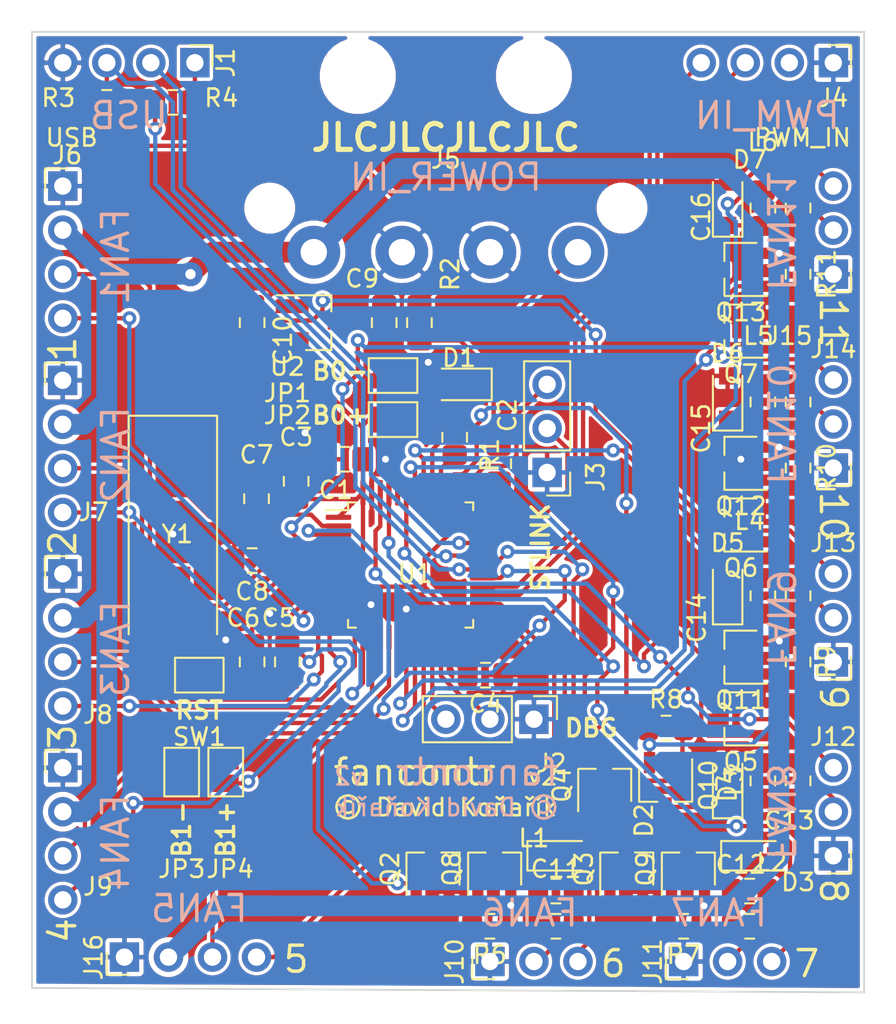
<source format=kicad_pcb>
(kicad_pcb (version 20171130) (host pcbnew 5.1.5)
  (layers (0 F.Cu signal) (31 B.Cu signal) (34 B.Paste user) (35 F.Paste user) (36 B.SilkS user) (37 F.SilkS user) (38 B.Mask user) (39 F.Mask user) (44 Edge.Cuts user))
  (net 0 "")
  (net 1 +3V3)
  (net 2 GND)
  (net 3 "Net-(C6-Pad2)")
  (net 4 "Net-(C7-Pad1)")
  (net 5 "Net-(C8-Pad1)")
  (net 6 "Net-(C9-Pad1)")
  (net 7 +12V)
  (net 8 "Net-(D1-Pad2)")
  (net 9 "Net-(J1-Pad3)")
  (net 10 "Net-(J1-Pad2)")
  (net 11 "Net-(J1-Pad1)")
  (net 12 "Net-(J2-Pad3)")
  (net 13 "Net-(J2-Pad2)")
  (net 14 "Net-(J3-Pad3)")
  (net 15 "Net-(J3-Pad2)")
  (net 16 "Net-(J4-Pad4)")
  (net 17 "Net-(J4-Pad3)")
  (net 18 "/4pin fan output 1/PWM_In")
  (net 19 "/4pin fan output 2/PWM_In")
  (net 20 "/4pin fan output 3/PWM_In")
  (net 21 "/4pin fan output 4/PWM_In")
  (net 22 "/4pin fan output 5/PWM_In")
  (net 23 "Net-(JP1-Pad2)")
  (net 24 "Net-(JP3-Pad2)")
  (net 25 "/3pin fan output 6/PWM_In")
  (net 26 "/3pin fan output 3/PWM_In")
  (net 27 "/3pin fan output 4/PWM_In")
  (net 28 "/3pin fan output 5/PWM_In")
  (net 29 "/3pin fan output 2/PWM_In")
  (net 30 "/3pin fan output 1/PWM_In")
  (net 31 "Net-(R1-Pad2)")
  (net 32 "Net-(R2-Pad1)")
  (net 33 "Net-(R3-Pad1)")
  (net 34 "/4pin fan output 1/RPM_Sense")
  (net 35 "/4pin fan output 2/RPM_Sense")
  (net 36 "/4pin fan output 3/RPM_Sense")
  (net 37 "/4pin fan output 4/RPM_Sense")
  (net 38 "/3pin fan output 6/RPM_Sense")
  (net 39 "/3pin fan output 3/RPM_Sense")
  (net 40 "/3pin fan output 4/RPM_Sense")
  (net 41 "/3pin fan output 5/RPM_Sense")
  (net 42 "/3pin fan output 2/RPM_Sense")
  (net 43 "/3pin fan output 1/RPM_Sense")
  (net 44 "/4pin fan output 5/RPM_Sense")
  (net 45 "Net-(C11-Pad1)")
  (net 46 "Net-(C12-Pad1)")
  (net 47 "Net-(C13-Pad1)")
  (net 48 "Net-(C14-Pad1)")
  (net 49 "Net-(C15-Pad1)")
  (net 50 "Net-(C16-Pad1)")
  (net 51 "Net-(D2-Pad1)")
  (net 52 "Net-(D3-Pad1)")
  (net 53 "Net-(D4-Pad1)")
  (net 54 "Net-(D5-Pad1)")
  (net 55 "Net-(D6-Pad1)")
  (net 56 "Net-(D7-Pad1)")
  (net 57 "Net-(Q10-Pad1)")
  (net 58 "Net-(Q11-Pad1)")
  (net 59 "Net-(Q12-Pad1)")
  (net 60 "Net-(Q13-Pad1)")
  (net 61 "Net-(Q2-Pad3)")
  (net 62 "Net-(Q3-Pad3)")
  (module Package_TO_SOT_SMD:SOT-23_Handsoldering (layer F.Cu) (at 94.234 93.218)
    (fp_text reference U2 (at -1.778 2.54) (layer F.SilkS))
    (fp_text value AP2120N-3.3TRG1)
    (pad 3 smd rect (at 1.5 0) (size 1.9 0.8) (layers F.Cu F.Paste F.Mask) (net 6 "Net-(C9-Pad1)"))
    (pad 2 smd rect (at -1.5 0.95) (size 1.9 0.8) (layers F.Cu F.Paste F.Mask) (net 1 +3V3))
    (pad 1 smd rect (at -1.5 -0.95) (size 1.9 0.8) (layers F.Cu F.Paste F.Mask) (net 2 GND))
  )
  (module Package_TO_SOT_SMD:TSOT-23 (layer F.Cu) (at 112.014 124.714 90)
    (fp_text reference Q3 (at 0 -2.45 90) (layer F.SilkS))
    (fp_text value LGE2300)
    (pad 3 smd rect (at 1.31 0 90) (size 1.22 0.65) (layers F.Cu F.Paste F.Mask) (net 62 "Net-(Q3-Pad3)"))
    (pad 2 smd rect (at -1.31 0.95 90) (size 1.22 0.65) (layers F.Cu F.Paste F.Mask) (net 2 GND))
    (pad 1 smd rect (at -1.31 -0.95 90) (size 1.22 0.65) (layers F.Cu F.Paste F.Mask) (net 26 "/3pin fan output 3/PWM_In"))
  )
  (module Inductor_SMD:L_0805_2012Metric_Pad1.15x1.40mm_HandSolder (layer F.Cu) (at 119.126 125.984)
    (fp_text reference L2 (at 1.27 -1.65) (layer F.SilkS))
    (fp_text value 10uH)
    (pad 2 smd roundrect (at 1.025 0) (size 1.15 1.4) (layers F.Cu F.Paste F.Mask) (roundrect_rratio 0.217391) (net 46 "Net-(C12-Pad1)"))
    (pad 1 smd roundrect (at -1.025 0) (size 1.15 1.4) (layers F.Cu F.Paste F.Mask) (roundrect_rratio 0.217391) (net 52 "Net-(D3-Pad1)"))
  )
  (module Package_TO_SOT_SMD:TSOT-23 (layer F.Cu) (at 114.3 119.888 270)
    (fp_text reference Q10 (at 0 -2.45 90) (layer F.SilkS))
    (fp_text value Q_PMOS_DGS)
    (pad 3 smd rect (at 1.31 0 270) (size 1.22 0.65) (layers F.Cu F.Paste F.Mask) (net 53 "Net-(D4-Pad1)"))
    (pad 2 smd rect (at -1.31 0.95 270) (size 1.22 0.65) (layers F.Cu F.Paste F.Mask) (net 7 +12V))
    (pad 1 smd rect (at -1.31 -0.95 270) (size 1.22 0.65) (layers F.Cu F.Paste F.Mask) (net 57 "Net-(Q10-Pad1)"))
  )
  (module Diode_SMD:D_SOD-323_HandSoldering (layer F.Cu) (at 108.204 123.952)
    (fp_text reference D2 (at 4.826 -2.032 90) (layer F.SilkS))
    (fp_text value D_Small)
    (pad 2 smd rect (at 1.25 0) (size 1 1) (layers F.Cu F.Paste F.Mask) (net 2 GND))
    (pad 1 smd rect (at -1.25 0) (size 1 1) (layers F.Cu F.Paste F.Mask) (net 51 "Net-(D2-Pad1)"))
  )
  (module Resistor_SMD:R_0805_2012Metric_Pad1.15x1.40mm_HandSolder (layer F.Cu) (at 121.92 90.424 270)
    (fp_text reference R11 (at 0 -1.65 90) (layer F.SilkS))
    (fp_text value 750)
    (pad 2 smd roundrect (at 1.025 0 270) (size 1.15 1.4) (layers F.Cu F.Paste F.Mask) (roundrect_rratio 0.217391) (net 60 "Net-(Q13-Pad1)"))
    (pad 1 smd roundrect (at -1.025 0 270) (size 1.15 1.4) (layers F.Cu F.Paste F.Mask) (roundrect_rratio 0.217391) (net 7 +12V))
  )
  (module Resistor_SMD:R_0805_2012Metric_Pad1.15x1.40mm_HandSolder (layer F.Cu) (at 121.92 101.6 270)
    (fp_text reference R10 (at 0 -1.65 90) (layer F.SilkS))
    (fp_text value 750)
    (pad 2 smd roundrect (at 1.025 0 270) (size 1.15 1.4) (layers F.Cu F.Paste F.Mask) (roundrect_rratio 0.217391) (net 59 "Net-(Q12-Pad1)"))
    (pad 1 smd roundrect (at -1.025 0 270) (size 1.15 1.4) (layers F.Cu F.Paste F.Mask) (roundrect_rratio 0.217391) (net 7 +12V))
  )
  (module Resistor_SMD:R_0805_2012Metric_Pad1.15x1.40mm_HandSolder (layer F.Cu) (at 121.92 112.776 270)
    (fp_text reference R9 (at 0 -1.65 90) (layer F.SilkS))
    (fp_text value 750)
    (pad 2 smd roundrect (at 1.025 0 270) (size 1.15 1.4) (layers F.Cu F.Paste F.Mask) (roundrect_rratio 0.217391) (net 58 "Net-(Q11-Pad1)"))
    (pad 1 smd roundrect (at -1.025 0 270) (size 1.15 1.4) (layers F.Cu F.Paste F.Mask) (roundrect_rratio 0.217391) (net 7 +12V))
  )
  (module Resistor_SMD:R_0805_2012Metric_Pad1.15x1.40mm_HandSolder (layer F.Cu) (at 114.3 116.586)
    (fp_text reference R8 (at 0 -1.65) (layer F.SilkS))
    (fp_text value 750)
    (pad 1 smd roundrect (at -1.025 0) (size 1.15 1.4) (layers F.Cu F.Paste F.Mask) (roundrect_rratio 0.217391) (net 7 +12V))
    (pad 2 smd roundrect (at 1.025 0) (size 1.15 1.4) (layers F.Cu F.Paste F.Mask) (roundrect_rratio 0.217391) (net 57 "Net-(Q10-Pad1)"))
  )
  (module Resistor_SMD:R_0805_2012Metric_Pad1.15x1.40mm_HandSolder (layer F.Cu) (at 115.316 128.016 180)
    (fp_text reference R7 (at 0 -1.65) (layer F.SilkS))
    (fp_text value 750)
    (pad 2 smd roundrect (at 1.025 0 180) (size 1.15 1.4) (layers F.Cu F.Paste F.Mask) (roundrect_rratio 0.217391) (net 62 "Net-(Q3-Pad3)"))
    (pad 1 smd roundrect (at -1.025 0 180) (size 1.15 1.4) (layers F.Cu F.Paste F.Mask) (roundrect_rratio 0.217391) (net 7 +12V))
  )
  (module Resistor_SMD:R_0805_2012Metric_Pad1.15x1.40mm_HandSolder (layer F.Cu) (at 104.14 128.016 180)
    (fp_text reference R6 (at 0 -1.65) (layer F.SilkS))
    (fp_text value 750)
    (pad 2 smd roundrect (at 1.025 0 180) (size 1.15 1.4) (layers F.Cu F.Paste F.Mask) (roundrect_rratio 0.217391) (net 61 "Net-(Q2-Pad3)"))
    (pad 1 smd roundrect (at -1.025 0 180) (size 1.15 1.4) (layers F.Cu F.Paste F.Mask) (roundrect_rratio 0.217391) (net 7 +12V))
  )
  (module Package_TO_SOT_SMD:TSOT-23 (layer F.Cu) (at 118.618 90.17 180)
    (fp_text reference Q13 (at 0 -2.45) (layer F.SilkS))
    (fp_text value Q_PMOS_DGS)
    (pad 3 smd rect (at 1.31 0 180) (size 1.22 0.65) (layers F.Cu F.Paste F.Mask) (net 56 "Net-(D7-Pad1)"))
    (pad 2 smd rect (at -1.31 0.95 180) (size 1.22 0.65) (layers F.Cu F.Paste F.Mask) (net 7 +12V))
    (pad 1 smd rect (at -1.31 -0.95 180) (size 1.22 0.65) (layers F.Cu F.Paste F.Mask) (net 60 "Net-(Q13-Pad1)"))
  )
  (module Package_TO_SOT_SMD:TSOT-23 (layer F.Cu) (at 118.618 101.346 180)
    (fp_text reference Q12 (at 0 -2.45) (layer F.SilkS))
    (fp_text value Q_PMOS_DGS)
    (pad 3 smd rect (at 1.31 0 180) (size 1.22 0.65) (layers F.Cu F.Paste F.Mask) (net 55 "Net-(D6-Pad1)"))
    (pad 2 smd rect (at -1.31 0.95 180) (size 1.22 0.65) (layers F.Cu F.Paste F.Mask) (net 7 +12V))
    (pad 1 smd rect (at -1.31 -0.95 180) (size 1.22 0.65) (layers F.Cu F.Paste F.Mask) (net 59 "Net-(Q12-Pad1)"))
  )
  (module Package_TO_SOT_SMD:TSOT-23 (layer F.Cu) (at 118.618 112.522 180)
    (fp_text reference Q11 (at 0 -2.45) (layer F.SilkS))
    (fp_text value Q_PMOS_DGS)
    (pad 3 smd rect (at 1.31 0 180) (size 1.22 0.65) (layers F.Cu F.Paste F.Mask) (net 54 "Net-(D5-Pad1)"))
    (pad 2 smd rect (at -1.31 0.95 180) (size 1.22 0.65) (layers F.Cu F.Paste F.Mask) (net 7 +12V))
    (pad 1 smd rect (at -1.31 -0.95 180) (size 1.22 0.65) (layers F.Cu F.Paste F.Mask) (net 58 "Net-(Q11-Pad1)"))
  )
  (module Package_TO_SOT_SMD:TSOT-23 (layer F.Cu) (at 115.57 124.714 90)
    (fp_text reference Q9 (at 0 -2.45 90) (layer F.SilkS))
    (fp_text value Q_PMOS_DGS)
    (pad 1 smd rect (at -1.31 -0.95 90) (size 1.22 0.65) (layers F.Cu F.Paste F.Mask) (net 62 "Net-(Q3-Pad3)"))
    (pad 2 smd rect (at -1.31 0.95 90) (size 1.22 0.65) (layers F.Cu F.Paste F.Mask) (net 7 +12V))
    (pad 3 smd rect (at 1.31 0 90) (size 1.22 0.65) (layers F.Cu F.Paste F.Mask) (net 52 "Net-(D3-Pad1)"))
  )
  (module Package_TO_SOT_SMD:TSOT-23 (layer F.Cu) (at 104.394 124.714 90)
    (fp_text reference Q8 (at 0 -2.45 90) (layer F.SilkS))
    (fp_text value Q_PMOS_DGS)
    (pad 3 smd rect (at 1.31 0 90) (size 1.22 0.65) (layers F.Cu F.Paste F.Mask) (net 51 "Net-(D2-Pad1)"))
    (pad 2 smd rect (at -1.31 0.95 90) (size 1.22 0.65) (layers F.Cu F.Paste F.Mask) (net 7 +12V))
    (pad 1 smd rect (at -1.31 -0.95 90) (size 1.22 0.65) (layers F.Cu F.Paste F.Mask) (net 61 "Net-(Q2-Pad3)"))
  )
  (module Package_TO_SOT_SMD:TSOT-23 (layer F.Cu) (at 118.618 93.726 180)
    (fp_text reference Q7 (at 0 -2.45) (layer F.SilkS))
    (fp_text value LGE2300)
    (pad 1 smd rect (at -1.31 -0.95 180) (size 1.22 0.65) (layers F.Cu F.Paste F.Mask) (net 30 "/3pin fan output 1/PWM_In"))
    (pad 2 smd rect (at -1.31 0.95 180) (size 1.22 0.65) (layers F.Cu F.Paste F.Mask) (net 2 GND))
    (pad 3 smd rect (at 1.31 0 180) (size 1.22 0.65) (layers F.Cu F.Paste F.Mask) (net 60 "Net-(Q13-Pad1)"))
  )
  (module Package_TO_SOT_SMD:TSOT-23 (layer F.Cu) (at 118.618 104.902 180)
    (fp_text reference Q6 (at 0 -2.45) (layer F.SilkS))
    (fp_text value LGE2300)
    (pad 3 smd rect (at 1.31 0 180) (size 1.22 0.65) (layers F.Cu F.Paste F.Mask) (net 59 "Net-(Q12-Pad1)"))
    (pad 2 smd rect (at -1.31 0.95 180) (size 1.22 0.65) (layers F.Cu F.Paste F.Mask) (net 2 GND))
    (pad 1 smd rect (at -1.31 -0.95 180) (size 1.22 0.65) (layers F.Cu F.Paste F.Mask) (net 29 "/3pin fan output 2/PWM_In"))
  )
  (module Package_TO_SOT_SMD:TSOT-23 (layer F.Cu) (at 118.618 116.078 180)
    (fp_text reference Q5 (at 0 -2.45) (layer F.SilkS))
    (fp_text value LGE2300)
    (pad 3 smd rect (at 1.31 0 180) (size 1.22 0.65) (layers F.Cu F.Paste F.Mask) (net 58 "Net-(Q11-Pad1)"))
    (pad 2 smd rect (at -1.31 0.95 180) (size 1.22 0.65) (layers F.Cu F.Paste F.Mask) (net 2 GND))
    (pad 1 smd rect (at -1.31 -0.95 180) (size 1.22 0.65) (layers F.Cu F.Paste F.Mask) (net 28 "/3pin fan output 5/PWM_In"))
  )
  (module Package_TO_SOT_SMD:TSOT-23 (layer F.Cu) (at 110.744 119.888 90)
    (fp_text reference Q4 (at 0 -2.45 90) (layer F.SilkS))
    (fp_text value LGE2300)
    (pad 3 smd rect (at 1.31 0 90) (size 1.22 0.65) (layers F.Cu F.Paste F.Mask) (net 57 "Net-(Q10-Pad1)"))
    (pad 2 smd rect (at -1.31 0.95 90) (size 1.22 0.65) (layers F.Cu F.Paste F.Mask) (net 2 GND))
    (pad 1 smd rect (at -1.31 -0.95 90) (size 1.22 0.65) (layers F.Cu F.Paste F.Mask) (net 27 "/3pin fan output 4/PWM_In"))
  )
  (module Package_TO_SOT_SMD:TSOT-23 (layer F.Cu) (at 100.838 124.714 90)
    (fp_text reference Q2 (at 0 -2.45 90) (layer F.SilkS))
    (fp_text value LGE2300)
    (pad 3 smd rect (at 1.31 0 90) (size 1.22 0.65) (layers F.Cu F.Paste F.Mask) (net 61 "Net-(Q2-Pad3)"))
    (pad 2 smd rect (at -1.31 0.95 90) (size 1.22 0.65) (layers F.Cu F.Paste F.Mask) (net 2 GND))
    (pad 1 smd rect (at -1.31 -0.95 90) (size 1.22 0.65) (layers F.Cu F.Paste F.Mask) (net 25 "/3pin fan output 6/PWM_In"))
  )
  (module Capacitor_SMD:C_0805_2012Metric_Pad1.15x1.40mm_HandSolder (layer F.Cu) (at 121.92 119.634 270)
    (fp_text reference C13 (at 2.286 0.508) (layer F.SilkS))
    (fp_text value 10uF)
    (pad 2 smd roundrect (at 1.025 0 270) (size 1.15 1.4) (layers F.Cu F.Paste F.Mask) (roundrect_rratio 0.217391) (net 2 GND))
    (pad 1 smd roundrect (at -1.025 0 270) (size 1.15 1.4) (layers F.Cu F.Paste F.Mask) (roundrect_rratio 0.217391) (net 47 "Net-(C13-Pad1)"))
  )
  (module Diode_SMD:D_SOD-323_HandSoldering (layer F.Cu) (at 117.856 97.536 90)
    (fp_text reference D6 (at 2.54 0) (layer F.SilkS))
    (fp_text value D_Small)
    (pad 2 smd rect (at 1.25 0 90) (size 1 1) (layers F.Cu F.Paste F.Mask) (net 2 GND))
    (pad 1 smd rect (at -1.25 0 90) (size 1 1) (layers F.Cu F.Paste F.Mask) (net 55 "Net-(D6-Pad1)"))
  )
  (module Capacitor_SMD:C_0805_2012Metric_Pad1.15x1.40mm_HandSolder (layer F.Cu) (at 121.92 86.614 270)
    (fp_text reference C16 (at 0.508 5.588 270) (layer F.SilkS))
    (fp_text value 10uF)
    (pad 2 smd roundrect (at 1.025 0 270) (size 1.15 1.4) (layers F.Cu F.Paste F.Mask) (roundrect_rratio 0.217) (net 2 GND))
    (pad 1 smd roundrect (at -1.025 0 270) (size 1.15 1.4) (layers F.Cu F.Paste F.Mask) (roundrect_rratio 0.217391) (net 50 "Net-(C16-Pad1)"))
  )
  (module Inductor_SMD:L_0805_2012Metric_Pad1.15x1.40mm_HandSolder (layer F.Cu) (at 119.888 86.614 90)
    (fp_text reference L6 (at 3.81 0) (layer F.SilkS))
    (fp_text value 10uH)
    (pad 2 smd roundrect (at 1.025 0 90) (size 1.15 1.4) (layers F.Cu F.Paste F.Mask) (roundrect_rratio 0.217391) (net 50 "Net-(C16-Pad1)"))
    (pad 1 smd roundrect (at -1.025 0 90) (size 1.15 1.4) (layers F.Cu F.Paste F.Mask) (roundrect_rratio 0.217391) (net 56 "Net-(D7-Pad1)"))
  )
  (module Inductor_SMD:L_0805_2012Metric_Pad1.15x1.40mm_HandSolder (layer F.Cu) (at 119.888 97.79 90)
    (fp_text reference L5 (at 3.81 -0.254) (layer F.SilkS))
    (fp_text value 10uH)
    (pad 2 smd roundrect (at 1.025 0 90) (size 1.15 1.4) (layers F.Cu F.Paste F.Mask) (roundrect_rratio 0.217391) (net 49 "Net-(C15-Pad1)"))
    (pad 1 smd roundrect (at -1.025 0 90) (size 1.15 1.4) (layers F.Cu F.Paste F.Mask) (roundrect_rratio 0.217391) (net 55 "Net-(D6-Pad1)"))
  )
  (module Inductor_SMD:L_0805_2012Metric_Pad1.15x1.40mm_HandSolder (layer F.Cu) (at 119.888 108.966 90)
    (fp_text reference L4 (at 4.318 -0.762) (layer F.SilkS))
    (fp_text value 10uH)
    (pad 2 smd roundrect (at 1.025 0 90) (size 1.15 1.4) (layers F.Cu F.Paste F.Mask) (roundrect_rratio 0.217391) (net 48 "Net-(C14-Pad1)"))
    (pad 1 smd roundrect (at -1.025 0 90) (size 1.15 1.4) (layers F.Cu F.Paste F.Mask) (roundrect_rratio 0.217391) (net 54 "Net-(D5-Pad1)"))
  )
  (module Inductor_SMD:L_0805_2012Metric_Pad1.15x1.40mm_HandSolder (layer F.Cu) (at 119.888 119.634 90)
    (fp_text reference L3 (at 0 -1.65 90) (layer F.SilkS))
    (fp_text value 10uH)
    (pad 2 smd roundrect (at 1.025 0 90) (size 1.15 1.4) (layers F.Cu F.Paste F.Mask) (roundrect_rratio 0.217391) (net 47 "Net-(C13-Pad1)"))
    (pad 1 smd roundrect (at -1.025 0 90) (size 1.15 1.4) (layers F.Cu F.Paste F.Mask) (roundrect_rratio 0.217391) (net 53 "Net-(D4-Pad1)"))
  )
  (module Inductor_SMD:L_0805_2012Metric_Pad1.15x1.40mm_HandSolder (layer F.Cu) (at 107.95 125.984)
    (fp_text reference L1 (at -1.27 -3.048) (layer F.SilkS))
    (fp_text value 10uH)
    (pad 2 smd roundrect (at 1.025 0) (size 1.15 1.4) (layers F.Cu F.Paste F.Mask) (roundrect_rratio 0.217391) (net 45 "Net-(C11-Pad1)"))
    (pad 1 smd roundrect (at -1.025 0) (size 1.15 1.4) (layers F.Cu F.Paste F.Mask) (roundrect_rratio 0.217391) (net 51 "Net-(D2-Pad1)"))
  )
  (module Capacitor_SMD:C_0805_2012Metric_Pad1.15x1.40mm_HandSolder (layer F.Cu) (at 95.758 101.092)
    (fp_text reference C1 (at -0.508 1.778) (layer F.SilkS))
    (fp_text value 100nF)
    (pad 2 smd roundrect (at 1.025 0) (size 1.15 1.4) (layers F.Cu F.Paste F.Mask) (roundrect_rratio 0.217391) (net 1 +3V3))
    (pad 1 smd roundrect (at -1.025 0) (size 1.15 1.4) (layers F.Cu F.Paste F.Mask) (roundrect_rratio 0.217391) (net 2 GND))
  )
  (module Connector_PinHeader_2.54mm:PinHeader_1x03_P2.54mm_Vertical (layer F.Cu) (at 107.442 101.854 180)
    (fp_text reference J3 (at -2.794 -0.254 270) (layer F.SilkS))
    (fp_text value STLink_Header)
    (pad 3 thru_hole oval (at 0 5.08 180) (size 1.7 1.7) (drill 1) (layers *.Cu *.Mask) (net 14 "Net-(J3-Pad3)"))
    (pad 2 thru_hole oval (at 0 2.54 180) (size 1.7 1.7) (drill 1) (layers *.Cu *.Mask) (net 15 "Net-(J3-Pad2)"))
    (pad 1 thru_hole rect (at 0 0 180) (size 1.7 1.7) (drill 1) (layers *.Cu *.Mask) (net 2 GND))
  )
  (module Connector_PinHeader_2.54mm:PinHeader_1x03_P2.54mm_Vertical (layer F.Cu) (at 106.68 116.078 270)
    (fp_text reference J2 (at 2.54 -1.016) (layer F.SilkS))
    (fp_text value Debug_Serial)
    (pad 3 thru_hole oval (at 0 5.08 270) (size 1.7 1.7) (drill 1) (layers *.Cu *.Mask) (net 12 "Net-(J2-Pad3)"))
    (pad 2 thru_hole oval (at 0 2.54 270) (size 1.7 1.7) (drill 1) (layers *.Cu *.Mask) (net 13 "Net-(J2-Pad2)"))
    (pad 1 thru_hole rect (at 0 0 270) (size 1.7 1.7) (drill 1) (layers *.Cu *.Mask) (net 2 GND))
  )
  (module Diode_SMD:D_SOD-323_HandSoldering (layer F.Cu) (at 117.856 86.36 90)
    (fp_text reference D7 (at 2.54 1.27) (layer F.SilkS))
    (fp_text value D_Small)
    (pad 2 smd rect (at 1.25 0 90) (size 1 1) (layers F.Cu F.Paste F.Mask) (net 2 GND))
    (pad 1 smd rect (at -1.25 0 90) (size 1 1) (layers F.Cu F.Paste F.Mask) (net 56 "Net-(D7-Pad1)"))
  )
  (module Diode_SMD:D_SOD-323_HandSoldering (layer F.Cu) (at 117.856 108.712 90)
    (fp_text reference D5 (at 2.794 0) (layer F.SilkS))
    (fp_text value D_Small)
    (pad 2 smd rect (at 1.25 0 90) (size 1 1) (layers F.Cu F.Paste F.Mask) (net 2 GND))
    (pad 1 smd rect (at -1.25 0 90) (size 1 1) (layers F.Cu F.Paste F.Mask) (net 54 "Net-(D5-Pad1)"))
  )
  (module Diode_SMD:D_SOD-323_HandSoldering (layer F.Cu) (at 117.856 119.888 90)
    (fp_text reference D4 (at 0 0 90) (layer F.SilkS))
    (fp_text value D_Small)
    (pad 2 smd rect (at 1.25 0 90) (size 1 1) (layers F.Cu F.Paste F.Mask) (net 2 GND))
    (pad 1 smd rect (at -1.25 0 90) (size 1 1) (layers F.Cu F.Paste F.Mask) (net 53 "Net-(D4-Pad1)"))
  )
  (module Diode_SMD:D_SOD-323_HandSoldering (layer F.Cu) (at 119.38 123.952)
    (fp_text reference D3 (at 2.54 1.524) (layer F.SilkS))
    (fp_text value D_Small)
    (pad 2 smd rect (at 1.25 0) (size 1 1) (layers F.Cu F.Paste F.Mask) (net 2 GND))
    (pad 1 smd rect (at -1.25 0) (size 1 1) (layers F.Cu F.Paste F.Mask) (net 52 "Net-(D3-Pad1)"))
  )
  (module Custom_Footprints:PinHeader_1x04_P2.54mm_Horizontal_NoSilk (layer F.Cu) (at 87.122 78.232 270)
    (fp_text reference J1 (at 0 -1.778 90) (layer F.SilkS))
    (fp_text value USB_Header)
    (pad 4 thru_hole oval (at 0 7.62 270) (size 1.7 1.7) (drill 1) (layers *.Cu *.Mask) (net 2 GND))
    (pad 3 thru_hole oval (at 0 5.08 270) (size 1.7 1.7) (drill 1) (layers *.Cu *.Mask) (net 9 "Net-(J1-Pad3)"))
    (pad 2 thru_hole oval (at 0 2.54 270) (size 1.7 1.7) (drill 1) (layers *.Cu *.Mask) (net 10 "Net-(J1-Pad2)"))
    (pad 1 thru_hole rect (at 0 0 270) (size 1.7 1.7) (drill 1) (layers *.Cu *.Mask) (net 11 "Net-(J1-Pad1)"))
  )
  (module Custom_Footprints:PinHeader_1x04_P2.54mm_Horizontal_NoSilk (layer F.Cu) (at 83.058 129.794 90)
    (fp_text reference J16 (at 0 -1.778 270) (layer F.SilkS))
    (fp_text value Fan_4Pin)
    (pad 4 thru_hole oval (at 0 7.62 90) (size 1.7 1.7) (drill 1) (layers *.Cu *.Mask) (net 22 "/4pin fan output 5/PWM_In"))
    (pad 3 thru_hole oval (at 0 5.08 90) (size 1.7 1.7) (drill 1) (layers *.Cu *.Mask) (net 44 "/4pin fan output 5/RPM_Sense"))
    (pad 2 thru_hole oval (at 0 2.54 90) (size 1.7 1.7) (drill 1) (layers *.Cu *.Mask) (net 7 +12V))
    (pad 1 thru_hole rect (at 0 0 90) (size 1.7 1.7) (drill 1) (layers *.Cu *.Mask) (net 2 GND))
  )
  (module Custom_Footprints:PinHeader_1x03_P2.54mm_Horizontal_NoSilk (layer F.Cu) (at 123.952 90.424 180)
    (fp_text reference J15 (at 2.54 -3.556) (layer F.SilkS))
    (fp_text value Fan_3Pin)
    (pad 3 thru_hole oval (at 0 5.08 180) (size 1.7 1.7) (drill 1) (layers *.Cu *.Mask) (net 43 "/3pin fan output 1/RPM_Sense"))
    (pad 2 thru_hole oval (at 0 2.54 180) (size 1.7 1.7) (drill 1) (layers *.Cu *.Mask) (net 50 "Net-(C16-Pad1)"))
    (pad 1 thru_hole rect (at 0 0 180) (size 1.7 1.7) (drill 1) (layers *.Cu *.Mask) (net 2 GND))
  )
  (module Custom_Footprints:PinHeader_1x03_P2.54mm_Horizontal_NoSilk (layer F.Cu) (at 123.952 101.6 180)
    (fp_text reference J14 (at 0 6.858) (layer F.SilkS))
    (fp_text value Fan_3Pin)
    (pad 3 thru_hole oval (at 0 5.08 180) (size 1.7 1.7) (drill 1) (layers *.Cu *.Mask) (net 42 "/3pin fan output 2/RPM_Sense"))
    (pad 2 thru_hole oval (at 0 2.54 180) (size 1.7 1.7) (drill 1) (layers *.Cu *.Mask) (net 49 "Net-(C15-Pad1)"))
    (pad 1 thru_hole rect (at 0 0 180) (size 1.7 1.7) (drill 1) (layers *.Cu *.Mask) (net 2 GND))
  )
  (module Custom_Footprints:PinHeader_1x03_P2.54mm_Horizontal_NoSilk (layer F.Cu) (at 123.952 112.776 180)
    (fp_text reference J13 (at 0 6.858) (layer F.SilkS))
    (fp_text value Fan_3Pin)
    (pad 3 thru_hole oval (at 0 5.08 180) (size 1.7 1.7) (drill 1) (layers *.Cu *.Mask) (net 41 "/3pin fan output 5/RPM_Sense"))
    (pad 2 thru_hole oval (at 0 2.54 180) (size 1.7 1.7) (drill 1) (layers *.Cu *.Mask) (net 48 "Net-(C14-Pad1)"))
    (pad 1 thru_hole rect (at 0 0 180) (size 1.7 1.7) (drill 1) (layers *.Cu *.Mask) (net 2 GND))
  )
  (module Custom_Footprints:PinHeader_1x03_P2.54mm_Horizontal_NoSilk (layer F.Cu) (at 123.952 123.952 180)
    (fp_text reference J12 (at 0 6.858) (layer F.SilkS))
    (fp_text value Fan_3Pin)
    (pad 3 thru_hole oval (at 0 5.08 180) (size 1.7 1.7) (drill 1) (layers *.Cu *.Mask) (net 40 "/3pin fan output 4/RPM_Sense"))
    (pad 2 thru_hole oval (at 0 2.54 180) (size 1.7 1.7) (drill 1) (layers *.Cu *.Mask) (net 47 "Net-(C13-Pad1)"))
    (pad 1 thru_hole rect (at 0 0 180) (size 1.7 1.7) (drill 1) (layers *.Cu *.Mask) (net 2 GND))
  )
  (module Custom_Footprints:PinHeader_1x03_P2.54mm_Horizontal_NoSilk (layer F.Cu) (at 115.316 130.048 90)
    (fp_text reference J11 (at 0 -1.778 90) (layer F.SilkS))
    (fp_text value Fan_3Pin)
    (pad 3 thru_hole oval (at 0 5.08 90) (size 1.7 1.7) (drill 1) (layers *.Cu *.Mask) (net 39 "/3pin fan output 3/RPM_Sense"))
    (pad 2 thru_hole oval (at 0 2.54 90) (size 1.7 1.7) (drill 1) (layers *.Cu *.Mask) (net 46 "Net-(C12-Pad1)"))
    (pad 1 thru_hole rect (at 0 0 90) (size 1.7 1.7) (drill 1) (layers *.Cu *.Mask) (net 2 GND))
  )
  (module Custom_Footprints:PinHeader_1x03_P2.54mm_Horizontal_NoSilk (layer F.Cu) (at 104.14 130.048 90)
    (fp_text reference J10 (at 0 -2.032 90) (layer F.SilkS))
    (fp_text value Fan_3Pin)
    (pad 3 thru_hole oval (at 0 5.08 90) (size 1.7 1.7) (drill 1) (layers *.Cu *.Mask) (net 38 "/3pin fan output 6/RPM_Sense"))
    (pad 2 thru_hole oval (at 0 2.54 90) (size 1.7 1.7) (drill 1) (layers *.Cu *.Mask) (net 45 "Net-(C11-Pad1)"))
    (pad 1 thru_hole rect (at 0 0 90) (size 1.7 1.7) (drill 1) (layers *.Cu *.Mask) (net 2 GND))
  )
  (module Custom_Footprints:PinHeader_1x04_P2.54mm_Horizontal_NoSilk (layer F.Cu) (at 79.502 118.872)
    (fp_text reference J9 (at 2.032 6.858) (layer F.SilkS))
    (fp_text value Fan_4Pin)
    (pad 4 thru_hole oval (at 0 7.62) (size 1.7 1.7) (drill 1) (layers *.Cu *.Mask) (net 21 "/4pin fan output 4/PWM_In"))
    (pad 3 thru_hole oval (at 0 5.08) (size 1.7 1.7) (drill 1) (layers *.Cu *.Mask) (net 37 "/4pin fan output 4/RPM_Sense"))
    (pad 2 thru_hole oval (at 0 2.54) (size 1.7 1.7) (drill 1) (layers *.Cu *.Mask) (net 7 +12V))
    (pad 1 thru_hole rect (at 0 0) (size 1.7 1.7) (drill 1) (layers *.Cu *.Mask) (net 2 GND))
  )
  (module Custom_Footprints:PinHeader_1x04_P2.54mm_Horizontal_NoSilk (layer F.Cu) (at 79.502 107.696)
    (fp_text reference J8 (at 2.032 8.128) (layer F.SilkS))
    (fp_text value Fan_4Pin)
    (pad 4 thru_hole oval (at 0 7.62) (size 1.7 1.7) (drill 1) (layers *.Cu *.Mask) (net 20 "/4pin fan output 3/PWM_In"))
    (pad 3 thru_hole oval (at 0 5.08) (size 1.7 1.7) (drill 1) (layers *.Cu *.Mask) (net 36 "/4pin fan output 3/RPM_Sense"))
    (pad 2 thru_hole oval (at 0 2.54) (size 1.7 1.7) (drill 1) (layers *.Cu *.Mask) (net 7 +12V))
    (pad 1 thru_hole rect (at 0 0) (size 1.7 1.7) (drill 1) (layers *.Cu *.Mask) (net 2 GND))
  )
  (module Custom_Footprints:PinHeader_1x04_P2.54mm_Horizontal_NoSilk (layer F.Cu) (at 79.495 96.5402)
    (fp_text reference J7 (at 1.785 7.5998) (layer F.SilkS))
    (fp_text value Fan_4Pin)
    (pad 4 thru_hole oval (at 0 7.62) (size 1.7 1.7) (drill 1) (layers *.Cu *.Mask) (net 19 "/4pin fan output 2/PWM_In"))
    (pad 3 thru_hole oval (at 0 5.08) (size 1.7 1.7) (drill 1) (layers *.Cu *.Mask) (net 35 "/4pin fan output 2/RPM_Sense"))
    (pad 2 thru_hole oval (at 0 2.54) (size 1.7 1.7) (drill 1) (layers *.Cu *.Mask) (net 7 +12V))
    (pad 1 thru_hole rect (at 0 0) (size 1.7 1.7) (drill 1) (layers *.Cu *.Mask) (net 2 GND))
  )
  (module Custom_Footprints:PinHeader_1x04_P2.54mm_Horizontal_NoSilk (layer F.Cu) (at 79.502 85.344)
    (fp_text reference J6 (at 0.254 -1.778) (layer F.SilkS))
    (fp_text value Fan_4Pin)
    (pad 4 thru_hole oval (at 0 7.62) (size 1.7 1.7) (drill 1) (layers *.Cu *.Mask) (net 18 "/4pin fan output 1/PWM_In"))
    (pad 3 thru_hole oval (at 0 5.08) (size 1.7 1.7) (drill 1) (layers *.Cu *.Mask) (net 34 "/4pin fan output 1/RPM_Sense"))
    (pad 2 thru_hole oval (at 0 2.54) (size 1.7 1.7) (drill 1) (layers *.Cu *.Mask) (net 7 +12V))
    (pad 1 thru_hole rect (at 0 0) (size 1.7 1.7) (drill 1) (layers *.Cu *.Mask) (net 2 GND))
  )
  (module Custom_Footprints:PinHeader_1x04_P2.54mm_Horizontal_NoSilk (layer F.Cu) (at 123.952 78.232 270)
    (fp_text reference J4 (at 2.032 0 180) (layer F.SilkS))
    (fp_text value Fan_4Pin)
    (pad 1 thru_hole rect (at 0 0 270) (size 1.7 1.7) (drill 1) (layers *.Cu *.Mask) (net 2 GND))
    (pad 2 thru_hole oval (at 0 2.54 270) (size 1.7 1.7) (drill 1) (layers *.Cu *.Mask))
    (pad 3 thru_hole oval (at 0 5.08 270) (size 1.7 1.7) (drill 1) (layers *.Cu *.Mask) (net 17 "Net-(J4-Pad3)"))
    (pad 4 thru_hole oval (at 0 7.62 270) (size 1.7 1.7) (drill 1) (layers *.Cu *.Mask) (net 16 "Net-(J4-Pad4)"))
  )
  (module Capacitor_SMD:C_0805_2012Metric_Pad1.15x1.40mm_HandSolder (layer F.Cu) (at 90.678 103.369 90)
    (fp_text reference C7 (at 2.54 0 180) (layer F.SilkS))
    (fp_text value 20pF)
    (pad 2 smd roundrect (at 1.025 0 90) (size 1.15 1.4) (layers F.Cu F.Paste F.Mask) (roundrect_rratio 0.217391) (net 2 GND))
    (pad 1 smd roundrect (at -1.025 0 90) (size 1.15 1.4) (layers F.Cu F.Paste F.Mask) (roundrect_rratio 0.217391) (net 4 "Net-(C7-Pad1)"))
  )
  (module Crystal:Crystal_SMD_HC49-SD (layer F.Cu) (at 85.852 105.283 270)
    (fp_text reference Y1 (at 0.127 -0.254 180) (layer F.SilkS))
    (fp_text value 8MHz)
    (pad 2 smd rect (at 4.25 0 270) (size 4.5 2) (layers F.Cu F.Paste F.Mask) (net 5 "Net-(C8-Pad1)"))
    (pad 1 smd rect (at -4.25 0 270) (size 4.5 2) (layers F.Cu F.Paste F.Mask) (net 4 "Net-(C7-Pad1)"))
  )
  (module "Custom_Footprints:MATE-N-LOK 641737-1" (layer F.Cu) (at 101.6 91.694)
    (fp_text reference J5 (at 0 -7.874) (layer F.SilkS))
    (fp_text value Molex_Power)
    (pad "" np_thru_hole circle (at 5.08 -12.7) (size 3.9878 3.9878) (drill 3.9878) (layers *.Cu *.Mask))
    (pad "" np_thru_hole circle (at -5.08 -12.7) (size 3.9878 3.9878) (drill 3.9878) (layers *.Cu *.Mask))
    (pad "" np_thru_hole circle (at 10.16 -5.08) (size 2.54 2.54) (drill 2.54) (layers *.Cu *.Mask))
    (pad "" np_thru_hole circle (at -10.16 -5.08) (size 2.54 2.54) (drill 2.54) (layers *.Cu *.Mask))
    (pad 4 thru_hole circle (at 7.62 -2.54) (size 3.048 3.048) (drill 1.524) (layers *.Cu *.Mask) (net 6 "Net-(C9-Pad1)"))
    (pad 3 thru_hole circle (at 2.54 -2.54) (size 3.048 3.048) (drill 1.524) (layers *.Cu *.Mask) (net 2 GND))
    (pad 2 thru_hole circle (at 2.54 -2.54) (size 3.048 3.048) (drill 1.524) (layers *.Cu *.Mask) (net 2 GND))
    (pad 2 thru_hole circle (at -2.54 -2.54) (size 3.048 3.048) (drill 1.524) (layers *.Cu *.Mask) (net 2 GND))
    (pad 1 thru_hole circle (at -7.62 -2.54) (size 3.048 3.048) (drill 1.524) (layers *.Cu *.Mask) (net 7 +12V))
  )
  (module Package_QFP:LQFP-48_7x7mm_P0.5mm (layer F.Cu) (at 99.568 107.188)
    (fp_text reference U1 (at 0.254 0.508) (layer F.SilkS))
    (fp_text value STM32F103C8Tx)
    (pad 48 smd roundrect (at -2.75 -4.1625) (size 0.3 1.475) (layers F.Cu F.Paste F.Mask) (net 1 +3V3))
    (pad 47 smd roundrect (at -2.25 -4.1625) (size 0.3 1.475) (layers F.Cu F.Paste F.Mask) (net 2 GND))
    (pad 46 smd roundrect (at -1.75 -4.1625) (size 0.3 1.475) (layers F.Cu F.Paste F.Mask) (net 25 "/3pin fan output 6/PWM_In"))
    (pad 45 smd roundrect (at -1.25 -4.1625) (size 0.3 1.475) (layers F.Cu F.Paste F.Mask) (net 28 "/3pin fan output 5/PWM_In"))
    (pad 44 smd roundrect (at -0.75 -4.1625) (size 0.3 1.475) (layers F.Cu F.Paste F.Mask) (net 23 "Net-(JP1-Pad2)"))
    (pad 43 smd roundrect (at -0.25 -4.1625) (size 0.3 1.475) (layers F.Cu F.Paste F.Mask) (net 40 "/3pin fan output 4/RPM_Sense"))
    (pad 42 smd roundrect (at 0.25 -4.1625) (size 0.3 1.475) (layers F.Cu F.Paste F.Mask) (net 27 "/3pin fan output 4/PWM_In"))
    (pad 41 smd roundrect (at 0.75 -4.1625) (size 0.3 1.475) (layers F.Cu F.Paste F.Mask) (net 29 "/3pin fan output 2/PWM_In"))
    (pad 40 smd roundrect (at 1.25 -4.1625) (size 0.3 1.475) (layers F.Cu F.Paste F.Mask) (net 26 "/3pin fan output 3/PWM_In"))
    (pad 39 smd roundrect (at 1.75 -4.1625) (size 0.3 1.475) (layers F.Cu F.Paste F.Mask) (net 31 "Net-(R1-Pad2)"))
    (pad 38 smd roundrect (at 2.25 -4.1625) (size 0.3 1.475) (layers F.Cu F.Paste F.Mask) (net 32 "Net-(R2-Pad1)"))
    (pad 37 smd roundrect (at 2.75 -4.1625) (size 0.3 1.475) (layers F.Cu F.Paste F.Mask) (net 14 "Net-(J3-Pad3)"))
    (pad 36 smd roundrect (at 4.1625 -2.75) (size 1.475 0.3) (layers F.Cu F.Paste F.Mask) (net 1 +3V3))
    (pad 35 smd roundrect (at 4.1625 -2.25) (size 1.475 0.3) (layers F.Cu F.Paste F.Mask) (net 2 GND))
    (pad 34 smd roundrect (at 4.1625 -1.75) (size 1.475 0.3) (layers F.Cu F.Paste F.Mask) (net 15 "Net-(J3-Pad2)"))
    (pad 33 smd roundrect (at 4.1625 -1.25) (size 1.475 0.3) (layers F.Cu F.Paste F.Mask) (net 10 "Net-(J1-Pad2)"))
    (pad 32 smd roundrect (at 4.1625 -0.75) (size 1.475 0.3) (layers F.Cu F.Paste F.Mask) (net 9 "Net-(J1-Pad3)"))
    (pad 31 smd roundrect (at 4.1625 -0.25) (size 1.475 0.3) (layers F.Cu F.Paste F.Mask) (net 38 "/3pin fan output 6/RPM_Sense"))
    (pad 30 smd roundrect (at 4.1625 0.25) (size 1.475 0.3) (layers F.Cu F.Paste F.Mask) (net 33 "Net-(R3-Pad1)"))
    (pad 29 smd roundrect (at 4.1625 0.75) (size 1.475 0.3) (layers F.Cu F.Paste F.Mask) (net 37 "/4pin fan output 4/RPM_Sense"))
    (pad 28 smd roundrect (at 4.1625 1.25) (size 1.475 0.3) (layers F.Cu F.Paste F.Mask) (net 16 "Net-(J4-Pad4)"))
    (pad 27 smd roundrect (at 4.1625 1.75) (size 1.475 0.3) (layers F.Cu F.Paste F.Mask) (net 17 "Net-(J4-Pad3)"))
    (pad 26 smd roundrect (at 4.1625 2.25) (size 1.475 0.3) (layers F.Cu F.Paste F.Mask) (net 22 "/4pin fan output 5/PWM_In"))
    (pad 25 smd roundrect (at 4.1625 2.75) (size 1.475 0.3) (layers F.Cu F.Paste F.Mask) (net 44 "/4pin fan output 5/RPM_Sense"))
    (pad 24 smd roundrect (at 2.75 4.1625) (size 0.3 1.475) (layers F.Cu F.Paste F.Mask) (net 1 +3V3))
    (pad 23 smd roundrect (at 2.25 4.1625) (size 0.3 1.475) (layers F.Cu F.Paste F.Mask) (net 2 GND))
    (pad 22 smd roundrect (at 1.75 4.1625) (size 0.3 1.475) (layers F.Cu F.Paste F.Mask) (net 13 "Net-(J2-Pad2)"))
    (pad 21 smd roundrect (at 1.25 4.1625) (size 0.3 1.475) (layers F.Cu F.Paste F.Mask) (net 12 "Net-(J2-Pad3)"))
    (pad 20 smd roundrect (at 0.75 4.1625) (size 0.3 1.475) (layers F.Cu F.Paste F.Mask) (net 24 "Net-(JP3-Pad2)"))
    (pad 19 smd roundrect (at 0.25 4.1625) (size 0.3 1.475) (layers F.Cu F.Paste F.Mask) (net 43 "/3pin fan output 1/RPM_Sense"))
    (pad 18 smd roundrect (at -0.25 4.1625) (size 0.3 1.475) (layers F.Cu F.Paste F.Mask) (net 30 "/3pin fan output 1/PWM_In"))
    (pad 17 smd roundrect (at -0.75 4.1625) (size 0.3 1.475) (layers F.Cu F.Paste F.Mask))
    (pad 16 smd roundrect (at -1.25 4.1625) (size 0.3 1.475) (layers F.Cu F.Paste F.Mask) (net 36 "/4pin fan output 3/RPM_Sense"))
    (pad 15 smd roundrect (at -1.75 4.1625) (size 0.3 1.475) (layers F.Cu F.Paste F.Mask) (net 34 "/4pin fan output 1/RPM_Sense"))
    (pad 14 smd roundrect (at -2.25 4.1625) (size 0.3 1.475) (layers F.Cu F.Paste F.Mask) (net 35 "/4pin fan output 2/RPM_Sense"))
    (pad 13 smd roundrect (at -2.75 4.1625) (size 0.3 1.475) (layers F.Cu F.Paste F.Mask) (net 19 "/4pin fan output 2/PWM_In"))
    (pad 12 smd roundrect (at -4.1625 2.75) (size 1.475 0.3) (layers F.Cu F.Paste F.Mask) (net 21 "/4pin fan output 4/PWM_In"))
    (pad 11 smd roundrect (at -4.1625 2.25) (size 1.475 0.3) (layers F.Cu F.Paste F.Mask) (net 20 "/4pin fan output 3/PWM_In"))
    (pad 10 smd roundrect (at -4.1625 1.75) (size 1.475 0.3) (layers F.Cu F.Paste F.Mask) (net 18 "/4pin fan output 1/PWM_In"))
    (pad 9 smd roundrect (at -4.1625 1.25) (size 1.475 0.3) (layers F.Cu F.Paste F.Mask) (net 1 +3V3))
    (pad 8 smd roundrect (at -4.1625 0.75) (size 1.475 0.3) (layers F.Cu F.Paste F.Mask) (net 2 GND))
    (pad 7 smd roundrect (at -4.1625 0.25) (size 1.475 0.3) (layers F.Cu F.Paste F.Mask) (net 3 "Net-(C6-Pad2)"))
    (pad 6 smd roundrect (at -4.1625 -0.25) (size 1.475 0.3) (layers F.Cu F.Paste F.Mask) (net 5 "Net-(C8-Pad1)"))
    (pad 5 smd roundrect (at -4.1625 -0.75) (size 1.475 0.3) (layers F.Cu F.Paste F.Mask) (net 4 "Net-(C7-Pad1)"))
    (pad 4 smd roundrect (at -4.1625 -1.25) (size 1.475 0.3) (layers F.Cu F.Paste F.Mask) (net 42 "/3pin fan output 2/RPM_Sense"))
    (pad 3 smd roundrect (at -4.1625 -1.75) (size 1.475 0.3) (layers F.Cu F.Paste F.Mask) (net 39 "/3pin fan output 3/RPM_Sense"))
    (pad 2 smd roundrect (at -4.1625 -2.25) (size 1.475 0.3) (layers F.Cu F.Paste F.Mask) (net 41 "/3pin fan output 5/RPM_Sense"))
    (pad 1 smd roundrect (at -4.1625 -2.75) (size 1.475 0.3) (layers F.Cu F.Paste F.Mask) (net 1 +3V3))
  )
  (module Jumper:SolderJumper-2_P1.3mm_Open_Pad1.0x1.5mm (layer F.Cu) (at 87.376 113.538)
    (fp_text reference SW1 (at 0 3.556 180) (layer F.SilkS))
    (fp_text value Reset_Switch)
    (pad 1 smd rect (at -0.65 0) (size 1 1.5) (layers F.Cu F.Mask) (net 2 GND))
    (pad 2 smd rect (at 0.65 0) (size 1 1.5) (layers F.Cu F.Mask) (net 3 "Net-(C6-Pad2)"))
  )
  (module Capacitor_SMD:C_0805_2012Metric_Pad1.15x1.40mm_HandSolder (layer F.Cu) (at 90.424 106.934 180)
    (fp_text reference C8 (at 0 -1.778) (layer F.SilkS))
    (fp_text value 20pF)
    (pad 2 smd roundrect (at 1.025 0 180) (size 1.15 1.4) (layers F.Cu F.Paste F.Mask) (roundrect_rratio 0.217391) (net 2 GND))
    (pad 1 smd roundrect (at -1.025 0 180) (size 1.15 1.4) (layers F.Cu F.Paste F.Mask) (roundrect_rratio 0.217391) (net 5 "Net-(C8-Pad1)"))
  )
  (module Resistor_SMD:R_0805_2012Metric_Pad1.15x1.40mm_HandSolder (layer F.Cu) (at 85.852 80.518 180)
    (fp_text reference R4 (at -2.794 0.254) (layer F.SilkS))
    (fp_text value 10k)
    (pad 2 smd roundrect (at 1.025 0 180) (size 1.15 1.4) (layers F.Cu F.Paste F.Mask) (roundrect_rratio 0.217391) (net 33 "Net-(R3-Pad1)"))
    (pad 1 smd roundrect (at -1.025 0 180) (size 1.15 1.4) (layers F.Cu F.Paste F.Mask) (roundrect_rratio 0.217391) (net 11 "Net-(J1-Pad1)"))
  )
  (module Resistor_SMD:R_0805_2012Metric_Pad1.15x1.40mm_HandSolder (layer F.Cu) (at 82.042 80.518 180)
    (fp_text reference R3 (at 2.794 0.254) (layer F.SilkS))
    (fp_text value 33k)
    (pad 2 smd roundrect (at 1.025 0 180) (size 1.15 1.4) (layers F.Cu F.Paste F.Mask) (roundrect_rratio 0.217391) (net 2 GND))
    (pad 1 smd roundrect (at -1.025 0 180) (size 1.15 1.4) (layers F.Cu F.Paste F.Mask) (roundrect_rratio 0.217391) (net 33 "Net-(R3-Pad1)"))
  )
  (module Resistor_SMD:R_0805_2012Metric_Pad1.15x1.40mm_HandSolder (layer F.Cu) (at 100.076 93.218 90)
    (fp_text reference R2 (at 2.794 1.778 90) (layer F.SilkS))
    (fp_text value 1.5k)
    (pad 2 smd roundrect (at 1.025 0 90) (size 1.15 1.4) (layers F.Cu F.Paste F.Mask) (roundrect_rratio 0.217391) (net 9 "Net-(J1-Pad3)"))
    (pad 1 smd roundrect (at -1.025 0 90) (size 1.15 1.4) (layers F.Cu F.Paste F.Mask) (roundrect_rratio 0.217391) (net 32 "Net-(R2-Pad1)"))
  )
  (module Resistor_SMD:R_0805_2012Metric_Pad1.15x1.40mm_HandSolder (layer F.Cu) (at 102.108 99.822 270)
    (fp_text reference R1 (at 1.025 -2.032 90) (layer F.SilkS))
    (fp_text value 330)
    (pad 2 smd roundrect (at 1.025 0 270) (size 1.15 1.4) (layers F.Cu F.Paste F.Mask) (roundrect_rratio 0.217391) (net 31 "Net-(R1-Pad2)"))
    (pad 1 smd roundrect (at -1.025 0 270) (size 1.15 1.4) (layers F.Cu F.Paste F.Mask) (roundrect_rratio 0.217391) (net 8 "Net-(D1-Pad2)"))
  )
  (module Jumper:SolderJumper-2_P1.3mm_Open_Pad1.0x1.5mm (layer F.Cu) (at 88.9 119.126 90)
    (fp_text reference JP4 (at -5.588 0.254 180) (layer F.SilkS))
    (fp_text value BOOT1_VDD)
    (pad 1 smd rect (at -0.65 0 90) (size 1 1.5) (layers F.Cu F.Mask) (net 1 +3V3))
    (pad 2 smd rect (at 0.65 0 90) (size 1 1.5) (layers F.Cu F.Mask) (net 24 "Net-(JP3-Pad2)"))
  )
  (module Jumper:SolderJumper-2_P1.3mm_Open_Pad1.0x1.5mm (layer F.Cu) (at 86.36 119.126 90)
    (fp_text reference JP3 (at -5.588 0 180) (layer F.SilkS))
    (fp_text value BOOT1_GND)
    (pad 1 smd rect (at -0.65 0 90) (size 1 1.5) (layers F.Cu F.Mask) (net 2 GND))
    (pad 2 smd rect (at 0.65 0 90) (size 1 1.5) (layers F.Cu F.Mask) (net 24 "Net-(JP3-Pad2)"))
  )
  (module Jumper:SolderJumper-2_P1.3mm_Open_Pad1.0x1.5mm (layer F.Cu) (at 98.552 98.806)
    (fp_text reference JP2 (at -6.096 -0.254) (layer F.SilkS))
    (fp_text value BOOT0_VDD)
    (pad 1 smd rect (at -0.65 0) (size 1 1.5) (layers F.Cu F.Mask) (net 1 +3V3))
    (pad 2 smd rect (at 0.65 0) (size 1 1.5) (layers F.Cu F.Mask) (net 23 "Net-(JP1-Pad2)"))
  )
  (module Jumper:SolderJumper-2_P1.3mm_Open_Pad1.0x1.5mm (layer F.Cu) (at 98.552 96.266)
    (fp_text reference JP1 (at -6.096 1.016) (layer F.SilkS))
    (fp_text value BOOT0_GND)
    (pad 1 smd rect (at -0.65 0) (size 1 1.5) (layers F.Cu F.Mask) (net 2 GND))
    (pad 2 smd rect (at 0.65 0) (size 1 1.5) (layers F.Cu F.Mask) (net 23 "Net-(JP1-Pad2)"))
  )
  (module LED_SMD:LED_0805_2012Metric_Castellated (layer F.Cu) (at 102.362 96.774 180)
    (fp_text reference D1 (at 0 1.524) (layer F.SilkS))
    (fp_text value Diag_LED)
    (pad 2 smd roundrect (at 0.9625 0 180) (size 1.325 1.3) (layers F.Cu F.Paste F.Mask) (roundrect_rratio 0.192308) (net 8 "Net-(D1-Pad2)"))
    (pad 1 smd roundrect (at -0.9625 0 180) (size 1.325 1.3) (layers F.Cu F.Paste F.Mask) (roundrect_rratio 0.192308) (net 2 GND))
  )
  (module Capacitor_SMD:C_0805_2012Metric_Pad1.15x1.40mm_HandSolder (layer F.Cu) (at 121.92 97.79 270)
    (fp_text reference C15 (at 1.524 5.588 90) (layer F.SilkS))
    (fp_text value 10uF)
    (pad 2 smd roundrect (at 1.025 0 270) (size 1.15 1.4) (layers F.Cu F.Paste F.Mask) (roundrect_rratio 0.217391) (net 2 GND))
    (pad 1 smd roundrect (at -1.025 0 270) (size 1.15 1.4) (layers F.Cu F.Paste F.Mask) (roundrect_rratio 0.217391) (net 49 "Net-(C15-Pad1)"))
  )
  (module Capacitor_SMD:C_0805_2012Metric_Pad1.15x1.40mm_HandSolder (layer F.Cu) (at 121.92 108.966 270)
    (fp_text reference C14 (at 1.27 5.842 90) (layer F.SilkS))
    (fp_text value 10uF)
    (pad 2 smd roundrect (at 1.025 0 270) (size 1.15 1.4) (layers F.Cu F.Paste F.Mask) (roundrect_rratio 0.217) (net 2 GND))
    (pad 1 smd roundrect (at -1.025 0 270) (size 1.15 1.4) (layers F.Cu F.Paste F.Mask) (roundrect_rratio 0.217391) (net 48 "Net-(C14-Pad1)"))
  )
  (module Capacitor_SMD:C_0805_2012Metric_Pad1.15x1.40mm_HandSolder (layer F.Cu) (at 119.126 128.016 180)
    (fp_text reference C12 (at 0.508 3.556) (layer F.SilkS))
    (fp_text value 10uF)
    (pad 2 smd roundrect (at 1.025 0 180) (size 1.15 1.4) (layers F.Cu F.Paste F.Mask) (roundrect_rratio 0.217391) (net 2 GND))
    (pad 1 smd roundrect (at -1.025 0 180) (size 1.15 1.4) (layers F.Cu F.Paste F.Mask) (roundrect_rratio 0.217391) (net 46 "Net-(C12-Pad1)"))
  )
  (module Capacitor_SMD:C_0805_2012Metric_Pad1.15x1.40mm_HandSolder (layer F.Cu) (at 107.95 128.016 180)
    (fp_text reference C11 (at 0 3.302) (layer F.SilkS))
    (fp_text value 10uF)
    (pad 2 smd roundrect (at 1.025 0 180) (size 1.15 1.4) (layers F.Cu F.Paste F.Mask) (roundrect_rratio 0.217) (net 2 GND))
    (pad 1 smd roundrect (at -1.025 0 180) (size 1.15 1.4) (layers F.Cu F.Paste F.Mask) (roundrect_rratio 0.217391) (net 45 "Net-(C11-Pad1)"))
  )
  (module Capacitor_SMD:C_0805_2012Metric_Pad1.15x1.40mm_HandSolder (layer F.Cu) (at 90.424 93.218 90)
    (fp_text reference C10 (at -1.016 1.778 90) (layer F.SilkS))
    (fp_text value 1uF)
    (pad 1 smd roundrect (at -1.025 0 90) (size 1.15 1.4) (layers F.Cu F.Paste F.Mask) (roundrect_rratio 0.217391) (net 1 +3V3))
    (pad 2 smd roundrect (at 1.025 0 90) (size 1.15 1.4) (layers F.Cu F.Paste F.Mask) (roundrect_rratio 0.217391) (net 2 GND))
  )
  (module Capacitor_SMD:C_0805_2012Metric_Pad1.15x1.40mm_HandSolder (layer F.Cu) (at 98.044 93.218 270)
    (fp_text reference C9 (at -2.54 1.27 180) (layer F.SilkS))
    (fp_text value 1uF)
    (pad 1 smd roundrect (at -1.025 0 270) (size 1.15 1.4) (layers F.Cu F.Paste F.Mask) (roundrect_rratio 0.217391) (net 6 "Net-(C9-Pad1)"))
    (pad 2 smd roundrect (at 1.025 0 270) (size 1.15 1.4) (layers F.Cu F.Paste F.Mask) (roundrect_rratio 0.217) (net 2 GND))
  )
  (module Capacitor_SMD:C_0805_2012Metric_Pad1.15x1.40mm_HandSolder (layer F.Cu) (at 90.424 112.776 90)
    (fp_text reference C6 (at 2.54 -0.508 180) (layer F.SilkS))
    (fp_text value 100nF)
    (pad 2 smd roundrect (at 1.025 0 90) (size 1.15 1.4) (layers F.Cu F.Paste F.Mask) (roundrect_rratio 0.217391) (net 3 "Net-(C6-Pad2)"))
    (pad 1 smd roundrect (at -1.025 0 90) (size 1.15 1.4) (layers F.Cu F.Paste F.Mask) (roundrect_rratio 0.217391) (net 2 GND))
  )
  (module Capacitor_SMD:C_0805_2012Metric_Pad1.15x1.40mm_HandSolder (layer F.Cu) (at 92.456 112.776 90)
    (fp_text reference C5 (at 2.54 -0.508) (layer F.SilkS))
    (fp_text value 100nF)
    (pad 2 smd roundrect (at 1.025 0 90) (size 1.15 1.4) (layers F.Cu F.Paste F.Mask) (roundrect_rratio 0.217391) (net 1 +3V3))
    (pad 1 smd roundrect (at -1.025 0 90) (size 1.15 1.4) (layers F.Cu F.Paste F.Mask) (roundrect_rratio 0.217391) (net 2 GND))
  )
  (module Capacitor_SMD:C_0805_2012Metric_Pad1.15x1.40mm_HandSolder (layer F.Cu) (at 103.886 113.538 180)
    (fp_text reference C4 (at 0 -1.65) (layer F.SilkS))
    (fp_text value 100nF)
    (pad 2 smd roundrect (at 1.025 0 180) (size 1.15 1.4) (layers F.Cu F.Paste F.Mask) (roundrect_rratio 0.217391) (net 1 +3V3))
    (pad 1 smd roundrect (at -1.025 0 180) (size 1.15 1.4) (layers F.Cu F.Paste F.Mask) (roundrect_rratio 0.217391) (net 2 GND))
  )
  (module Capacitor_SMD:C_0805_2012Metric_Pad1.15x1.40mm_HandSolder (layer F.Cu) (at 92.964 102.362 270)
    (fp_text reference C3 (at -2.54 0 180) (layer F.SilkS))
    (fp_text value 100nF)
    (pad 2 smd roundrect (at 1.025 0 270) (size 1.15 1.4) (layers F.Cu F.Paste F.Mask) (roundrect_rratio 0.217391) (net 1 +3V3))
    (pad 1 smd roundrect (at -1.025 0 270) (size 1.15 1.4) (layers F.Cu F.Paste F.Mask) (roundrect_rratio 0.217391) (net 2 GND))
  )
  (module Capacitor_SMD:C_0805_2012Metric_Pad1.15x1.40mm_HandSolder (layer F.Cu) (at 104.648 101.346 270)
    (fp_text reference C2 (at -2.794 -0.508 90) (layer F.SilkS))
    (fp_text value 100nF)
    (pad 2 smd roundrect (at 1.025 0 270) (size 1.15 1.4) (layers F.Cu F.Paste F.Mask) (roundrect_rratio 0.217391) (net 1 +3V3))
    (pad 1 smd roundrect (at -1.025 0 270) (size 1.15 1.4) (layers F.Cu F.Paste F.Mask) (roundrect_rratio 0.217391) (net 2 GND))
  )
  (gr_text FAN2 (at 82.55 100.838 90) (layer B.SilkS) (effects (font (size 1.5 1.5) (thickness 0.2)) (justify mirror)))
  (gr_text JLCJLCJLCJLC (at 101.6 82.55) (layer F.SilkS) (effects (font (size 1.5 1.5) (thickness 0.3))))
  (gr_text fancontr (at 108.204 119.126) (layer B.SilkS) (effects (font (size 1.5 1.5) (thickness 0.2)) (justify left mirror)))
  (gr_text FAN11 (at 120.904 87.884 270) (layer B.SilkS) (effects (font (size 1.5 1.5) (thickness 0.2)) (justify mirror)))
  (gr_text PWM_IN (at 122.174 82.55) (layer F.SilkS) (effects (font (size 1 1))))
  (gr_text USB (at 80.01 82.55) (layer F.SilkS) (effects (font (size 1 1))))
  (gr_text 10 (at 123.952 104.394 270) (layer F.SilkS) (effects (font (size 1.5 1.5) (thickness 0.2))))
  (gr_text 9 (at 123.952 114.808 270) (layer F.SilkS) (effects (font (size 1.5 1.5) (thickness 0.2))))
  (gr_text 8 (at 123.952 125.984 270) (layer F.SilkS) (effects (font (size 1.5 1.5) (thickness 0.2))))
  (gr_text 7 (at 122.428 130.175) (layer F.SilkS) (effects (font (size 1.5 1.5) (thickness 0.2))))
  (gr_text 6 (at 111.252 130.175) (layer F.SilkS) (effects (font (size 1.5 1.5) (thickness 0.2))))
  (gr_text 5 (at 92.964 129.921) (layer F.SilkS) (effects (font (size 1.5 1.5) (thickness 0.2))))
  (gr_text 4 (at 79.502 128.27 90) (layer F.SilkS) (effects (font (size 1.5 1.5) (thickness 0.2))))
  (gr_text 3 (at 79.502 117.094 90) (layer F.SilkS) (effects (font (size 1.5 1.5) (thickness 0.2))))
  (gr_text 2 (at 79.502 105.918 90) (layer F.SilkS) (effects (font (size 1.5 1.5) (thickness 0.2))))
  (gr_text 1 (at 79.502 94.742 90) (layer F.SilkS) (effects (font (size 1.5 1.5) (thickness 0.2))))
  (gr_text 11 (at 123.952 93.218 270) (layer F.SilkS) (effects (font (size 1.5 1.5) (thickness 0.2))))
  (gr_text v2 (at 96.012 119.38) (layer B.SilkS) (effects (font (size 1 1)) (justify mirror)))
  (gr_text "© David Koňařík" (at 108.204 121.158) (layer B.SilkS) (effects (font (size 1 1)) (justify left mirror)))
  (gr_text v2 (at 107.188 119.38) (layer F.SilkS) (effects (font (size 1 1))))
  (gr_text "© David Koňařík" (at 94.996 121.158) (layer F.SilkS) (effects (font (size 1 1)) (justify left)))
  (gr_text fancontr (at 94.996 119.126) (layer F.SilkS) (effects (font (size 1.5 1.5) (thickness 0.2)) (justify left)))
  (gr_text STLINK (at 107.061 106.172 90) (layer F.SilkS) (effects (font (size 1 1) (thickness 0.2))))
  (gr_text DBG (at 109.982 116.586) (layer F.SilkS) (effects (font (size 1 1) (thickness 0.2))))
  (gr_text RST (at 87.376 115.57) (layer F.SilkS) (effects (font (size 1 1) (thickness 0.2))))
  (gr_text FAN10 (at 120.904 99.06 270) (layer B.SilkS) (effects (font (size 1.5 1.5) (thickness 0.2)) (justify mirror)))
  (gr_text FAN9 (at 120.904 110.236 270) (layer B.SilkS) (effects (font (size 1.5 1.5) (thickness 0.2)) (justify mirror)))
  (gr_text FAN8 (at 120.904 121.412 270) (layer B.SilkS) (effects (font (size 1.5 1.5) (thickness 0.2)) (justify mirror)))
  (gr_text FAN7 (at 117.348 127.254) (layer B.SilkS) (effects (font (size 1.5 1.5) (thickness 0.2)) (justify mirror)))
  (gr_text FAN6 (at 106.426 127.254) (layer B.SilkS) (effects (font (size 1.5 1.5) (thickness 0.2)) (justify mirror)))
  (gr_text FAN5 (at 87.376 127) (layer B.SilkS) (effects (font (size 1.5 1.5) (thickness 0.2)) (justify mirror)))
  (gr_text FAN4 (at 82.55 123.19 90) (layer B.SilkS) (effects (font (size 1.5 1.5) (thickness 0.2)) (justify mirror)))
  (gr_text FAN3 (at 82.55 112.014 90) (layer B.SilkS) (effects (font (size 1.5 1.5) (thickness 0.2)) (justify mirror)))
  (gr_text FAN1 (at 82.55 89.408 90) (layer B.SilkS) (effects (font (size 1.5 1.5) (thickness 0.2)) (justify mirror)))
  (gr_text POWER_IN (at 101.6 84.836) (layer B.SilkS) (effects (font (size 1.5 1.5) (thickness 0.2)) (justify mirror)))
  (gr_text USB (at 83.312 81.28) (layer B.SilkS) (effects (font (size 1.5 1.5) (thickness 0.2)) (justify mirror)))
  (gr_text PWM_IN (at 120.142 81.28) (layer B.SilkS) (effects (font (size 1.5 1.5) (thickness 0.2)) (justify mirror)))
  (gr_text B0+ (at 95.504 98.552) (layer F.SilkS) (effects (font (size 1 1) (thickness 0.2))))
  (gr_text B0- (at 95.504 96.012) (layer F.SilkS) (effects (font (size 1 1) (thickness 0.2))))
  (gr_text B1+ (at 88.9 122.428 90) (layer F.SilkS) (effects (font (size 1 1) (thickness 0.2))))
  (gr_text B1- (at 86.36 122.428 90) (layer F.SilkS) (effects (font (size 1 1) (thickness 0.2))))
  (gr_line (start 77.724 131.572) (end 77.724 76.454) (layer Edge.Cuts) (width 0.1))
  (gr_line (start 125.73 131.826) (end 77.724 131.572) (layer Edge.Cuts) (width 0.1))
  (gr_line (start 125.73 76.454) (end 125.73 131.826) (layer Edge.Cuts) (width 0.1))
  (gr_line (start 77.724 76.454) (end 125.73 76.454) (layer Edge.Cuts) (width 0.1))
  (segment (start 96.818 101.127) (end 96.783 101.092) (width 0.25) (layer F.Cu) (net 1))
  (segment (start 96.818 103.0255) (end 96.818 101.127) (width 0.25) (layer F.Cu) (net 1))
  (segment (start 95.4055 104.438) (end 96.818 103.0255) (width 0.25) (layer F.Cu) (net 1))
  (segment (start 95.3705 104.403) (end 95.4055 104.438) (width 0.25) (layer F.Cu) (net 1))
  (segment (start 100.243 108.438) (end 98.318 108.438) (width 0.25) (layer F.Cu) (net 1))
  (segment (start 96.818 103.0255) (end 96.59729 103.24621) (width 0.25) (layer F.Cu) (net 1))
  (segment (start 97.516 108.438) (end 98.318 108.438) (width 0.25) (layer F.Cu) (net 1))
  (segment (start 96.818 108.414) (end 96.794 108.438) (width 0.25) (layer F.Cu) (net 1))
  (segment (start 95.4055 108.438) (end 96.794 108.438) (width 0.25) (layer F.Cu) (net 1))
  (segment (start 96.794 108.438) (end 97.516 108.438) (width 0.25) (layer F.Cu) (net 1))
  (segment (start 102.318 111.3505) (end 102.318 111.423) (width 0.25) (layer F.Cu) (net 1))
  (segment (start 103.7305 104.438) (end 102.768998 104.438) (width 0.25) (layer F.Cu) (net 1))
  (segment (start 102.318 110.513) (end 102.318 111.3505) (width 0.25) (layer F.Cu) (net 1))
  (segment (start 100.37941 108.438) (end 102.318 110.37659) (width 0.25) (layer F.Cu) (net 1))
  (segment (start 102.318 110.37659) (end 102.318 110.513) (width 0.25) (layer F.Cu) (net 1))
  (segment (start 100.243 108.438) (end 100.37941 108.438) (width 0.25) (layer F.Cu) (net 1))
  (segment (start 94.304488 108.46299) (end 95.38051 108.46299) (width 0.25) (layer F.Cu) (net 1))
  (segment (start 92.456 111.751) (end 92.456 110.311478) (width 0.25) (layer F.Cu) (net 1))
  (segment (start 92.456 110.311478) (end 94.304488 108.46299) (width 0.25) (layer F.Cu) (net 1))
  (via (at 93.726 112.776) (size 0.8) (drill 0.4) (layers F.Cu B.Cu) (net 1))
  (segment (start 92.456 111.751) (end 92.701 111.751) (width 0.25) (layer F.Cu) (net 1))
  (segment (start 92.701 111.751) (end 93.726 112.776) (width 0.25) (layer F.Cu) (net 1))
  (segment (start 94.451001 112.050999) (end 95.852001 112.050999) (width 0.25) (layer B.Cu) (net 1))
  (segment (start 93.726 112.776) (end 94.451001 112.050999) (width 0.25) (layer B.Cu) (net 1))
  (segment (start 95.852001 112.050999) (end 96.229001 112.427999) (width 0.25) (layer B.Cu) (net 1))
  (segment (start 96.229001 112.427999) (end 96.229001 113.124001) (width 0.25) (layer B.Cu) (net 1))
  (segment (start 96.229001 113.124001) (end 95.415409 113.937593) (width 0.25) (layer B.Cu) (net 1))
  (segment (start 92.734 95.214718) (end 96.783 99.263718) (width 0.25) (layer F.Cu) (net 1))
  (segment (start 96.783 100.292) (end 96.783 101.092) (width 0.25) (layer F.Cu) (net 1))
  (segment (start 92.734 94.168) (end 92.734 95.214718) (width 0.25) (layer F.Cu) (net 1))
  (segment (start 96.783 99.175) (end 96.783 100.067) (width 0.25) (layer F.Cu) (net 1))
  (segment (start 97.152 98.806) (end 96.783 99.175) (width 0.25) (layer F.Cu) (net 1))
  (segment (start 97.902 98.806) (end 97.152 98.806) (width 0.25) (layer F.Cu) (net 1))
  (segment (start 96.783 99.263718) (end 96.783 100.067) (width 0.25) (layer F.Cu) (net 1))
  (segment (start 96.783 100.067) (end 96.783 100.292) (width 0.25) (layer F.Cu) (net 1))
  (segment (start 90.499 94.168) (end 90.424 94.243) (width 0.25) (layer F.Cu) (net 1))
  (segment (start 92.734 94.168) (end 90.499 94.168) (width 0.25) (layer F.Cu) (net 1))
  (segment (start 100.37941 106.827588) (end 100.809499 106.397499) (width 0.25) (layer F.Cu) (net 1))
  (segment (start 100.37941 108.438) (end 100.37941 106.827588) (width 0.25) (layer F.Cu) (net 1))
  (segment (start 88.9 119.776) (end 90.094308 119.776) (width 0.25) (layer F.Cu) (net 1))
  (via (at 90.203154 119.667154) (size 0.8) (drill 0.4) (layers F.Cu B.Cu) (net 1))
  (segment (start 90.094308 119.776) (end 90.203154 119.667154) (width 0.25) (layer F.Cu) (net 1))
  (segment (start 95.415409 114.454899) (end 95.415409 114.211409) (width 0.25) (layer B.Cu) (net 1))
  (segment (start 90.203154 119.667154) (end 95.415409 114.454899) (width 0.25) (layer B.Cu) (net 1))
  (segment (start 95.415409 113.937593) (end 95.415409 114.211409) (width 0.25) (layer B.Cu) (net 1))
  (segment (start 96.818 103.0255) (end 96.818 108.414) (width 0.25) (layer F.Cu) (net 1))
  (segment (start 102.318 112.995) (end 102.861 113.538) (width 0.25) (layer F.Cu) (net 1))
  (segment (start 102.318 111.3505) (end 102.318 112.995) (width 0.25) (layer F.Cu) (net 1))
  (segment (start 104.648 102.558998) (end 104.648 102.371) (width 0.25) (layer F.Cu) (net 1))
  (segment (start 100.37941 106.827588) (end 104.648 102.558998) (width 0.25) (layer F.Cu) (net 1))
  (segment (start 96.4565 103.387) (end 92.964 103.387) (width 0.25) (layer F.Cu) (net 1))
  (segment (start 96.818 103.0255) (end 96.4565 103.387) (width 0.25) (layer F.Cu) (net 1))
  (segment (start 98.697999 88.754001) (end 98.904261 88.547739) (width 0.25) (layer B.Cu) (net 2))
  (via (at 98.11799 101.092) (size 0.8) (drill 0.4) (layers F.Cu B.Cu) (net 2))
  (segment (start 98.11799 101.3452) (end 98.11799 101.092) (width 0.25) (layer F.Cu) (net 2))
  (segment (start 97.318 103.0255) (end 97.318 102.14519) (width 0.25) (layer F.Cu) (net 2))
  (segment (start 97.318 102.14519) (end 98.11799 101.3452) (width 0.25) (layer F.Cu) (net 2))
  (segment (start 100.779 109.474) (end 97.282 109.474) (width 0.25) (layer F.Cu) (net 2))
  (via (at 97.282 109.474) (size 0.8) (drill 0.4) (layers F.Cu B.Cu) (net 2))
  (segment (start 101.818 111.3505) (end 101.818 110.513) (width 0.25) (layer F.Cu) (net 2))
  (segment (start 101.818 110.513) (end 100.779 109.474) (width 0.25) (layer F.Cu) (net 2))
  (via (at 88.9 111.506) (size 0.8) (drill 0.4) (layers F.Cu B.Cu) (net 2))
  (via (at 100.584 95.504) (size 0.8) (drill 0.4) (layers F.Cu B.Cu) (net 2))
  (via (at 118.618 101.092) (size 0.8) (drill 0.4) (layers F.Cu B.Cu) (net 2))
  (via (at 93.472 99.568) (size 0.8) (drill 0.4) (layers F.Cu B.Cu) (net 2))
  (via (at 85.852 105.41) (size 0.8) (drill 0.4) (layers F.Cu B.Cu) (net 2))
  (via (at 91.44 109.982) (size 0.8) (drill 0.4) (layers F.Cu B.Cu) (net 2))
  (via (at 99.314 109.728) (size 0.8) (drill 0.4) (layers F.Cu B.Cu) (net 2))
  (segment (start 88.637 113.538) (end 88.026 113.538) (width 0.25) (layer F.Cu) (net 3))
  (segment (start 90.424 111.751) (end 88.637 113.538) (width 0.25) (layer F.Cu) (net 3))
  (segment (start 92.53319 107.438) (end 90.424 109.54719) (width 0.25) (layer F.Cu) (net 3))
  (segment (start 90.424 111.076) (end 90.424 111.751) (width 0.25) (layer F.Cu) (net 3))
  (segment (start 90.424 109.54719) (end 90.424 111.076) (width 0.25) (layer F.Cu) (net 3))
  (segment (start 95.4055 107.438) (end 92.53319 107.438) (width 0.25) (layer F.Cu) (net 3))
  (segment (start 92.849 106.438) (end 90.805 104.394) (width 0.25) (layer F.Cu) (net 4))
  (segment (start 95.4055 106.438) (end 92.849 106.438) (width 0.25) (layer F.Cu) (net 4))
  (segment (start 85.852 102.283) (end 85.852 101.033) (width 0.25) (layer F.Cu) (net 4))
  (segment (start 87.963 104.394) (end 85.852 102.283) (width 0.25) (layer F.Cu) (net 4))
  (segment (start 90.805 104.394) (end 87.963 104.394) (width 0.25) (layer F.Cu) (net 4))
  (segment (start 95.4015 106.934) (end 95.4055 106.938) (width 0.25) (layer F.Cu) (net 5))
  (segment (start 91.449 106.934) (end 95.4015 106.934) (width 0.25) (layer F.Cu) (net 5))
  (segment (start 88.85 109.533) (end 85.852 109.533) (width 0.25) (layer F.Cu) (net 5))
  (segment (start 91.449 106.934) (end 88.85 109.533) (width 0.25) (layer F.Cu) (net 5))
  (segment (start 97.019 93.218) (end 98.044 92.193) (width 0.25) (layer F.Cu) (net 6))
  (segment (start 97.019 93.218) (end 95.734 93.218) (width 0.25) (layer F.Cu) (net 6))
  (segment (start 105.28099 93.09301) (end 109.22 89.154) (width 0.25) (layer F.Cu) (net 6))
  (segment (start 98.044 92.193) (end 98.94401 93.09301) (width 0.25) (layer F.Cu) (net 6))
  (segment (start 98.94401 93.09301) (end 105.28099 93.09301) (width 0.25) (layer F.Cu) (net 6))
  (segment (start 121.741 111.572) (end 121.92 111.751) (width 0.25) (layer F.Cu) (net 7))
  (segment (start 119.928 111.572) (end 120.838 111.572) (width 0.25) (layer F.Cu) (net 7))
  (segment (start 113.35 116.661) (end 113.275 116.586) (width 0.25) (layer F.Cu) (net 7))
  (segment (start 113.35 118.578) (end 113.35 117.536) (width 0.25) (layer F.Cu) (net 7))
  (via (at 120.838 100.396) (size 0.8) (drill 0.4) (layers F.Cu B.Cu) (net 7))
  (segment (start 120.838 89.22) (end 121.741 89.22) (width 0.25) (layer F.Cu) (net 7))
  (via (at 120.838 89.22) (size 0.8) (drill 0.4) (layers F.Cu B.Cu) (net 7))
  (segment (start 120.838 100.396) (end 121.741 100.396) (width 0.25) (layer F.Cu) (net 7))
  (segment (start 119.928 89.22) (end 120.838 89.22) (width 0.25) (layer F.Cu) (net 7))
  (segment (start 121.741 89.22) (end 121.92 89.399) (width 0.25) (layer F.Cu) (net 7))
  (segment (start 120.811999 89.246001) (end 120.811999 90.516001) (width 1.2) (layer B.Cu) (net 7))
  (segment (start 120.811999 90.516001) (end 120.811999 92.802001) (width 1.2) (layer B.Cu) (net 7))
  (segment (start 120.811999 87.537999) (end 120.811999 87.283999) (width 0.25) (layer B.Cu) (net 7))
  (segment (start 91.278001 126.838001) (end 94.072001 126.838001) (width 1.2) (layer B.Cu) (net 7))
  (segment (start 88.807999 126.838001) (end 91.278001 126.838001) (width 1.2) (layer B.Cu) (net 7))
  (segment (start 88.553999 126.838001) (end 91.278001 126.838001) (width 1.2) (layer B.Cu) (net 7))
  (segment (start 85.598 129.794) (end 88.553999 126.838001) (width 1.2) (layer B.Cu) (net 7))
  (segment (start 120.811999 105.317999) (end 120.811999 115.985999) (width 1.2) (layer B.Cu) (net 7))
  (segment (start 120.811999 118.271999) (end 120.811999 115.985999) (width 1.2) (layer B.Cu) (net 7))
  (segment (start 120.811999 105.317999) (end 120.811999 107.095999) (width 1.2) (layer B.Cu) (net 7))
  (segment (start 120.811999 94.141999) (end 120.811999 92.802001) (width 1.2) (layer B.Cu) (net 7))
  (segment (start 120.811999 95.919999) (end 120.811999 92.802001) (width 1.2) (layer B.Cu) (net 7))
  (segment (start 79.495 99.0802) (end 80.697081 99.0802) (width 1.2) (layer B.Cu) (net 7))
  (segment (start 80.697081 99.0802) (end 82.042 97.735281) (width 1.2) (layer B.Cu) (net 7))
  (segment (start 93.98 89.154) (end 98.806 84.328) (width 1.2) (layer B.Cu) (net 7))
  (segment (start 120.811999 94.141999) (end 120.811999 96.612001) (width 1.2) (layer B.Cu) (net 7))
  (segment (start 120.811999 95.665999) (end 120.811999 94.141999) (width 1.2) (layer B.Cu) (net 7))
  (segment (start 120.811999 96.612001) (end 120.811999 94.903999) (width 1.2) (layer B.Cu) (net 7))
  (segment (start 109.889999 126.838001) (end 113.122001 126.838001) (width 1.2) (layer B.Cu) (net 7))
  (segment (start 120.811999 106.587999) (end 120.811999 105.317999) (width 1.2) (layer B.Cu) (net 7))
  (segment (start 120.811999 117.509999) (end 120.811999 115.985999) (width 1.2) (layer B.Cu) (net 7))
  (segment (start 84.074 90.424) (end 82.042 90.424) (width 1.2) (layer B.Cu) (net 7))
  (segment (start 82.042 90.424) (end 79.502 87.884) (width 1.2) (layer B.Cu) (net 7))
  (segment (start 79.502 110.236) (end 80.704081 110.236) (width 1.2) (layer B.Cu) (net 7))
  (segment (start 80.704081 110.236) (end 82.042 108.898081) (width 1.2) (layer B.Cu) (net 7))
  (segment (start 82.042 108.898081) (end 82.042 120.074081) (width 1.2) (layer B.Cu) (net 7))
  (segment (start 80.704081 121.412) (end 79.502 121.412) (width 1.2) (layer B.Cu) (net 7))
  (segment (start 82.042 120.074081) (end 80.704081 121.412) (width 1.2) (layer B.Cu) (net 7))
  (segment (start 82.042 108.898081) (end 82.042 107.696) (width 1.2) (layer B.Cu) (net 7))
  (segment (start 82.042 97.735281) (end 82.042 96.5332) (width 1.2) (layer B.Cu) (net 7))
  (segment (start 82.042 96.5332) (end 82.042 107.696) (width 1.2) (layer B.Cu) (net 7))
  (segment (start 82.042 90.424) (end 82.042 96.5332) (width 1.2) (layer B.Cu) (net 7))
  (segment (start 86.868 90.424) (end 84.074 90.424) (width 1.2) (layer B.Cu) (net 7))
  (segment (start 93.98 89.154) (end 88.138 89.154) (width 1.2) (layer F.Cu) (net 7))
  (segment (start 88.138 89.154) (end 86.868 90.424) (width 1.2) (layer F.Cu) (net 7))
  (via (at 86.868 90.424) (size 1.4) (drill 0.6) (layers F.Cu B.Cu) (net 7))
  (segment (start 121.741 100.396) (end 121.92 100.575) (width 0.25) (layer F.Cu) (net 7))
  (segment (start 116.332 126.676002) (end 116.493999 126.838001) (width 0.25) (layer B.Cu) (net 7))
  (segment (start 111.090001 126.838001) (end 113.122001 126.838001) (width 1.2) (layer B.Cu) (net 7))
  (segment (start 119.928 100.396) (end 120.838 100.396) (width 0.25) (layer F.Cu) (net 7))
  (segment (start 120.811999 122.081999) (end 120.811999 122.266001) (width 1.2) (layer B.Cu) (net 7))
  (segment (start 94.072001 126.838001) (end 110.328001 126.838001) (width 1.2) (layer B.Cu) (net 7))
  (segment (start 110.328001 126.838001) (end 111.090001 126.838001) (width 1.2) (layer B.Cu) (net 7))
  (segment (start 120.811999 87.391997) (end 120.811999 97.443999) (width 1.2) (layer B.Cu) (net 7))
  (segment (start 117.748002 84.328) (end 120.811999 87.391997) (width 1.2) (layer B.Cu) (net 7))
  (segment (start 120.811999 97.443999) (end 120.811999 105.317999) (width 1.2) (layer B.Cu) (net 7))
  (segment (start 98.806 84.328) (end 108.712 84.328) (width 1.2) (layer B.Cu) (net 7))
  (segment (start 108.712 84.328) (end 117.748002 84.328) (width 1.2) (layer B.Cu) (net 7))
  (segment (start 120.811999 96.104001) (end 120.811999 97.443999) (width 1.2) (layer B.Cu) (net 7))
  (segment (start 112.429999 126.838001) (end 110.328001 126.838001) (width 1.2) (layer B.Cu) (net 7))
  (segment (start 116.239999 126.838001) (end 112.429999 126.838001) (width 1.2) (layer B.Cu) (net 7))
  (segment (start 120.811999 115.985999) (end 120.811999 122.081999) (width 1.2) (layer B.Cu) (net 7))
  (segment (start 120.811999 124.044001) (end 120.811999 122.081999) (width 1.2) (layer B.Cu) (net 7))
  (segment (start 112.429999 126.838001) (end 118.017999 126.838001) (width 1.2) (layer B.Cu) (net 7))
  (segment (start 118.017999 126.838001) (end 120.811999 124.044001) (width 1.2) (layer B.Cu) (net 7))
  (segment (start 116.52 127.837) (end 116.341 128.016) (width 0.25) (layer F.Cu) (net 7))
  (segment (start 116.52 126.024) (end 116.52 127.837) (width 0.25) (layer F.Cu) (net 7))
  (segment (start 116.493999 126.838001) (end 116.493999 126.838001) (width 0.25) (layer B.Cu) (net 7))
  (via (at 116.493999 126.838001) (size 0.8) (drill 0.4) (layers F.Cu B.Cu) (net 7))
  (segment (start 105.344 127.837) (end 105.165 128.016) (width 0.25) (layer F.Cu) (net 7))
  (segment (start 105.344 126.024) (end 105.344 126.812) (width 0.25) (layer F.Cu) (net 7))
  (segment (start 105.344 126.812) (end 105.344 127.837) (width 0.25) (layer F.Cu) (net 7))
  (via (at 105.344 126.812) (size 0.8) (drill 0.4) (layers F.Cu B.Cu) (net 7))
  (segment (start 113.35 117.536) (end 113.35 116.661) (width 0.25) (layer F.Cu) (net 7))
  (via (at 113.35 117.536) (size 0.8) (drill 0.4) (layers F.Cu B.Cu) (net 7))
  (segment (start 119.261998 117.536) (end 120.811999 115.985999) (width 0.25) (layer B.Cu) (net 7))
  (segment (start 113.35 117.536) (end 119.261998 117.536) (width 0.25) (layer B.Cu) (net 7))
  (segment (start 120.838 111.572) (end 121.741 111.572) (width 0.25) (layer F.Cu) (net 7))
  (via (at 120.838 111.572) (size 0.8) (drill 0.4) (layers F.Cu B.Cu) (net 7))
  (segment (start 101.3995 98.0885) (end 102.108 98.797) (width 0.25) (layer F.Cu) (net 8))
  (segment (start 101.3995 96.774) (end 101.3995 98.0885) (width 0.25) (layer F.Cu) (net 8))
  (via (at 101.6 106.68) (size 0.8) (drill 0.4) (layers F.Cu B.Cu) (net 9))
  (segment (start 102.893 106.438) (end 103.7305 106.438) (width 0.25) (layer F.Cu) (net 9))
  (segment (start 101.636999 106.643001) (end 102.687999 106.643001) (width 0.25) (layer F.Cu) (net 9))
  (segment (start 102.687999 106.643001) (end 102.893 106.438) (width 0.25) (layer F.Cu) (net 9))
  (segment (start 101.6 106.68) (end 101.636999 106.643001) (width 0.25) (layer F.Cu) (net 9))
  (segment (start 82.891999 79.081999) (end 82.042 78.232) (width 0.25) (layer B.Cu) (net 9))
  (segment (start 85.852 80.518) (end 84.741001 79.407001) (width 0.25) (layer B.Cu) (net 9))
  (segment (start 84.741001 79.407001) (end 83.217001 79.407001) (width 0.25) (layer B.Cu) (net 9))
  (segment (start 101.6 106.68) (end 101.034315 106.68) (width 0.25) (layer B.Cu) (net 9))
  (segment (start 101.034315 106.68) (end 96.831991 102.477676) (width 0.25) (layer B.Cu) (net 9))
  (segment (start 96.831991 102.477676) (end 96.83199 96.57799) (width 0.25) (layer B.Cu) (net 9))
  (segment (start 83.217001 79.407001) (end 82.891999 79.081999) (width 0.25) (layer B.Cu) (net 9))
  (segment (start 96.83199 96.57799) (end 85.852 85.598) (width 0.25) (layer B.Cu) (net 9))
  (segment (start 85.852 85.598) (end 85.852 80.518) (width 0.25) (layer B.Cu) (net 9))
  (segment (start 82.042 79.434081) (end 82.042 78.232) (width 0.25) (layer F.Cu) (net 9))
  (segment (start 82.042 81.28) (end 82.042 79.434081) (width 0.25) (layer F.Cu) (net 9))
  (segment (start 95.663523 83.021001) (end 83.783001 83.021001) (width 0.25) (layer F.Cu) (net 9))
  (segment (start 100.962026 88.319504) (end 95.663523 83.021001) (width 0.25) (layer F.Cu) (net 9))
  (segment (start 100.962026 91.306974) (end 100.962026 88.319504) (width 0.25) (layer F.Cu) (net 9))
  (segment (start 83.783001 83.021001) (end 82.042 81.28) (width 0.25) (layer F.Cu) (net 9))
  (segment (start 100.076 92.193) (end 100.962026 91.306974) (width 0.25) (layer F.Cu) (net 9))
  (via (at 102.362 105.918) (size 0.8) (drill 0.4) (layers F.Cu B.Cu) (net 10))
  (segment (start 103.7105 105.918) (end 103.7305 105.938) (width 0.25) (layer F.Cu) (net 10))
  (segment (start 102.362 105.918) (end 103.7105 105.918) (width 0.25) (layer F.Cu) (net 10))
  (segment (start 86.30201 79.95201) (end 84.582 78.232) (width 0.25) (layer B.Cu) (net 10))
  (segment (start 101.215 105.918) (end 97.282 101.985) (width 0.25) (layer B.Cu) (net 10))
  (segment (start 102.362 105.918) (end 101.215 105.918) (width 0.25) (layer B.Cu) (net 10))
  (segment (start 97.282 101.985) (end 97.281999 96.391589) (width 0.25) (layer B.Cu) (net 10))
  (segment (start 97.281999 96.391589) (end 86.30201 85.4116) (width 0.25) (layer B.Cu) (net 10))
  (segment (start 86.30201 85.4116) (end 86.30201 79.95201) (width 0.25) (layer B.Cu) (net 10))
  (segment (start 87.122 80.273) (end 86.877 80.518) (width 0.25) (layer F.Cu) (net 11))
  (segment (start 87.122 78.232) (end 87.122 80.273) (width 0.25) (layer F.Cu) (net 11))
  (segment (start 100.818 115.296) (end 101.6 116.078) (width 0.25) (layer F.Cu) (net 12))
  (segment (start 100.818 111.3505) (end 100.818 115.296) (width 0.25) (layer F.Cu) (net 12))
  (segment (start 102.962811 115.228001) (end 103.290001 115.228001) (width 0.25) (layer F.Cu) (net 13))
  (segment (start 101.318 113.58319) (end 102.962811 115.228001) (width 0.25) (layer F.Cu) (net 13))
  (segment (start 103.290001 115.228001) (end 104.14 116.078) (width 0.25) (layer F.Cu) (net 13))
  (segment (start 101.318 111.3505) (end 101.318 113.58319) (width 0.25) (layer F.Cu) (net 13))
  (segment (start 106.592001 97.623999) (end 107.442 96.774) (width 0.25) (layer F.Cu) (net 14))
  (segment (start 103.87251 101.47099) (end 105.0862 101.47099) (width 0.25) (layer F.Cu) (net 14))
  (segment (start 102.318 103.0255) (end 103.87251 101.47099) (width 0.25) (layer F.Cu) (net 14))
  (segment (start 105.0862 101.47099) (end 105.67301 100.88418) (width 0.25) (layer F.Cu) (net 14))
  (segment (start 105.67301 100.88418) (end 105.67301 98.54299) (width 0.25) (layer F.Cu) (net 14))
  (segment (start 105.67301 98.54299) (end 106.592001 97.623999) (width 0.25) (layer F.Cu) (net 14))
  (segment (start 108.617001 100.489001) (end 108.291999 100.163999) (width 0.25) (layer F.Cu) (net 15))
  (segment (start 108.617001 102.964001) (end 108.617001 100.489001) (width 0.25) (layer F.Cu) (net 15))
  (segment (start 108.291999 100.163999) (end 107.442 99.314) (width 0.25) (layer F.Cu) (net 15))
  (segment (start 106.143002 105.438) (end 108.617001 102.964001) (width 0.25) (layer F.Cu) (net 15))
  (segment (start 103.7305 105.438) (end 106.143002 105.438) (width 0.25) (layer F.Cu) (net 15))
  (segment (start 113.355001 89.082999) (end 113.355001 81.208999) (width 0.25) (layer F.Cu) (net 16))
  (segment (start 105.68682 108.438) (end 107.95 106.172) (width 0.25) (layer F.Cu) (net 16))
  (segment (start 113.355001 81.208999) (end 116.332 78.232) (width 0.25) (layer F.Cu) (net 16))
  (segment (start 103.7305 108.438) (end 105.68682 108.438) (width 0.25) (layer F.Cu) (net 16))
  (segment (start 107.95 106.172) (end 109.067011 105.054989) (width 0.25) (layer F.Cu) (net 16))
  (segment (start 109.067011 93.370989) (end 113.355001 89.082999) (width 0.25) (layer F.Cu) (net 16))
  (segment (start 109.067011 105.054989) (end 109.067011 93.370989) (width 0.25) (layer F.Cu) (net 16))
  (segment (start 109.517021 93.557389) (end 113.80501 89.2694) (width 0.25) (layer F.Cu) (net 17))
  (segment (start 105.79824 108.96299) (end 109.517021 105.244209) (width 0.25) (layer F.Cu) (net 17))
  (segment (start 109.517021 105.244209) (end 109.517021 93.557389) (width 0.25) (layer F.Cu) (net 17))
  (segment (start 103.7305 108.938) (end 103.75549 108.96299) (width 0.25) (layer F.Cu) (net 17))
  (segment (start 113.80501 89.2694) (end 113.805011 81.479989) (width 0.25) (layer F.Cu) (net 17))
  (segment (start 103.75549 108.96299) (end 105.79824 108.96299) (width 0.25) (layer F.Cu) (net 17))
  (segment (start 113.805011 81.479989) (end 115.783 79.502) (width 0.25) (layer F.Cu) (net 17))
  (segment (start 117.602 79.502) (end 118.872 78.232) (width 0.25) (layer F.Cu) (net 17))
  (segment (start 115.783 79.502) (end 117.602 79.502) (width 0.25) (layer F.Cu) (net 17))
  (segment (start 95.38051 108.96299) (end 95.4055 108.938) (width 0.25) (layer F.Cu) (net 18))
  (segment (start 94.465888 108.938) (end 93.726 109.677888) (width 0.25) (layer F.Cu) (net 18))
  (via (at 93.387392 110.405392) (size 0.8) (drill 0.4) (layers F.Cu B.Cu) (net 18))
  (segment (start 94.568 108.938) (end 95.4055 108.938) (width 0.25) (layer F.Cu) (net 18))
  (segment (start 94.465888 108.938) (end 94.568 108.938) (width 0.25) (layer F.Cu) (net 18))
  (segment (start 93.387392 110.016496) (end 94.465888 108.938) (width 0.25) (layer F.Cu) (net 18))
  (segment (start 93.387392 110.405392) (end 93.387392 110.016496) (width 0.25) (layer F.Cu) (net 18))
  (via (at 83.342 92.964) (size 0.8) (drill 0.4) (layers F.Cu B.Cu) (net 18))
  (segment (start 79.502 92.964) (end 83.342 92.964) (width 0.25) (layer F.Cu) (net 18))
  (segment (start 83.342 100.36) (end 83.342 92.964) (width 0.25) (layer B.Cu) (net 18))
  (segment (start 93.387392 110.405392) (end 83.342 100.36) (width 0.25) (layer B.Cu) (net 18))
  (segment (start 96.818 111.3505) (end 96.818 113.163768) (width 0.25) (layer F.Cu) (net 19))
  (via (at 96.202338 114.608356) (size 0.8) (drill 0.4) (layers F.Cu B.Cu) (net 19))
  (segment (start 96.818 113.163768) (end 96.818 113.992694) (width 0.25) (layer F.Cu) (net 19))
  (segment (start 96.818 113.992694) (end 96.202338 114.608356) (width 0.25) (layer F.Cu) (net 19))
  (segment (start 96.260487 114.666505) (end 96.202338 114.608356) (width 0.25) (layer B.Cu) (net 19))
  (segment (start 96.679011 114.131683) (end 96.602337 114.208357) (width 0.25) (layer B.Cu) (net 19))
  (segment (start 96.602337 114.208357) (end 96.202338 114.608356) (width 0.25) (layer B.Cu) (net 19))
  (segment (start 96.679011 112.241599) (end 96.679011 114.131683) (width 0.25) (layer B.Cu) (net 19))
  (segment (start 96.038402 111.60099) (end 96.679011 112.241599) (width 0.25) (layer B.Cu) (net 19))
  (via (at 83.342 104.14) (size 0.8) (drill 0.4) (layers F.Cu B.Cu) (net 19))
  (segment (start 79.495 104.1602) (end 83.3218 104.1602) (width 0.25) (layer F.Cu) (net 19))
  (segment (start 83.3218 104.1602) (end 83.342 104.14) (width 0.25) (layer F.Cu) (net 19))
  (segment (start 90.812978 111.600989) (end 96.038402 111.60099) (width 0.25) (layer B.Cu) (net 19))
  (segment (start 85.34699 106.135001) (end 90.812978 111.600989) (width 0.25) (layer B.Cu) (net 19))
  (segment (start 83.342 104.14) (end 85.337001 106.135001) (width 0.25) (layer B.Cu) (net 19))
  (segment (start 94.602298 109.438) (end 94.234 109.806298) (width 0.25) (layer F.Cu) (net 20))
  (segment (start 95.4055 109.438) (end 94.602298 109.438) (width 0.25) (layer F.Cu) (net 20))
  (segment (start 94.234 109.806298) (end 94.234 112.210998) (width 0.25) (layer F.Cu) (net 20))
  (segment (start 94.234 112.210998) (end 94.451001 112.427999) (width 0.25) (layer F.Cu) (net 20))
  (via (at 93.98 113.792) (size 0.8) (drill 0.4) (layers F.Cu B.Cu) (net 20))
  (segment (start 94.451001 113.320999) (end 94.451001 112.558999) (width 0.25) (layer F.Cu) (net 20))
  (segment (start 94.451001 112.427999) (end 94.451001 112.558999) (width 0.25) (layer F.Cu) (net 20))
  (segment (start 93.98 113.792) (end 94.451001 113.320999) (width 0.25) (layer F.Cu) (net 20))
  (segment (start 80.704081 115.316) (end 80.518 115.316) (width 0.25) (layer F.Cu) (net 20))
  (segment (start 92.456 115.316) (end 92.964 114.808) (width 0.25) (layer B.Cu) (net 20))
  (segment (start 83.82 115.316) (end 92.456 115.316) (width 0.25) (layer B.Cu) (net 20))
  (segment (start 92.964 114.808) (end 93.98 113.792) (width 0.25) (layer B.Cu) (net 20))
  (via (at 83.342 115.316) (size 0.8) (drill 0.4) (layers F.Cu B.Cu) (net 20))
  (segment (start 83.82 115.316) (end 83.342 115.316) (width 0.25) (layer B.Cu) (net 20))
  (segment (start 83.342 115.316) (end 79.502 115.316) (width 0.25) (layer F.Cu) (net 20))
  (segment (start 94.892989 110.450511) (end 94.892989 112.164989) (width 0.25) (layer F.Cu) (net 21))
  (segment (start 95.4055 109.938) (end 94.892989 110.450511) (width 0.25) (layer F.Cu) (net 21))
  (segment (start 94.892989 112.164989) (end 95.504 112.776) (width 0.25) (layer F.Cu) (net 21))
  (via (at 95.504 112.776) (size 0.8) (drill 0.4) (layers F.Cu B.Cu) (net 21))
  (segment (start 94.705001 114.011591) (end 95.504 113.212592) (width 0.25) (layer B.Cu) (net 21))
  (segment (start 95.504 113.212592) (end 95.504 112.776) (width 0.25) (layer B.Cu) (net 21))
  (segment (start 84.385685 120.904) (end 83.82 120.904) (width 0.25) (layer B.Cu) (net 21))
  (segment (start 87.941002 120.904) (end 84.385685 120.904) (width 0.25) (layer B.Cu) (net 21))
  (segment (start 94.705001 114.140001) (end 87.941002 120.904) (width 0.25) (layer B.Cu) (net 21))
  (segment (start 94.705001 114.011591) (end 94.705001 114.140001) (width 0.25) (layer B.Cu) (net 21))
  (via (at 83.566 120.904) (size 0.8) (drill 0.4) (layers F.Cu B.Cu) (net 21))
  (segment (start 83.82 120.904) (end 83.566 120.904) (width 0.25) (layer B.Cu) (net 21))
  (segment (start 83.566 122.428) (end 79.502 126.492) (width 0.25) (layer F.Cu) (net 21))
  (segment (start 83.566 120.904) (end 83.566 122.428) (width 0.25) (layer F.Cu) (net 21))
  (segment (start 91.694 129.794) (end 90.678 129.794) (width 0.25) (layer F.Cu) (net 22))
  (segment (start 107.892998 122.428) (end 99.06 122.428) (width 0.25) (layer F.Cu) (net 22))
  (segment (start 99.06 122.428) (end 91.694 129.794) (width 0.25) (layer F.Cu) (net 22))
  (segment (start 108.458 118.70741) (end 108.458 121.862998) (width 0.25) (layer F.Cu) (net 22))
  (segment (start 108.458 121.862998) (end 107.892998 122.428) (width 0.25) (layer F.Cu) (net 22))
  (segment (start 104.468 109.438) (end 103.7305 109.438) (width 0.25) (layer F.Cu) (net 22))
  (segment (start 104.74041 109.438) (end 104.468 109.438) (width 0.25) (layer F.Cu) (net 22))
  (segment (start 108.458 113.15559) (end 104.74041 109.438) (width 0.25) (layer F.Cu) (net 22))
  (segment (start 108.458 118.70741) (end 108.458 113.15559) (width 0.25) (layer F.Cu) (net 22))
  (segment (start 99.202 99.806) (end 99.202 98.806) (width 0.25) (layer F.Cu) (net 23))
  (segment (start 98.818 102.604) (end 98.84299 102.57901) (width 0.25) (layer F.Cu) (net 23))
  (segment (start 98.84299 100.16501) (end 99.202 99.806) (width 0.25) (layer F.Cu) (net 23))
  (segment (start 98.84299 102.57901) (end 98.84299 100.16501) (width 0.25) (layer F.Cu) (net 23))
  (segment (start 98.818 103.0255) (end 98.818 102.604) (width 0.25) (layer F.Cu) (net 23))
  (segment (start 99.202 97.806) (end 99.202 96.266) (width 0.25) (layer F.Cu) (net 23))
  (segment (start 99.202 98.806) (end 99.202 97.806) (width 0.25) (layer F.Cu) (net 23))
  (segment (start 88.9 118.476) (end 86.36 118.476) (width 0.25) (layer F.Cu) (net 24))
  (segment (start 89.15 118.476) (end 88.9 118.476) (width 0.25) (layer F.Cu) (net 24))
  (segment (start 99.4602 116.887613) (end 90.738387 116.887613) (width 0.25) (layer F.Cu) (net 24))
  (segment (start 90.738387 116.887613) (end 89.15 118.476) (width 0.25) (layer F.Cu) (net 24))
  (segment (start 100.318 111.3505) (end 100.318 116.029813) (width 0.25) (layer F.Cu) (net 24))
  (segment (start 100.318 116.029813) (end 99.4602 116.887613) (width 0.25) (layer F.Cu) (net 24))
  (segment (start 97.818 104.943998) (end 97.543 105.218998) (width 0.25) (layer F.Cu) (net 25))
  (segment (start 97.818 103.0255) (end 97.818 104.943998) (width 0.25) (layer F.Cu) (net 25))
  (segment (start 97.543 105.218998) (end 97.543 107.696) (width 0.25) (layer F.Cu) (net 25))
  (via (at 97.543 107.696) (size 0.8) (drill 0.4) (layers F.Cu B.Cu) (net 25))
  (segment (start 98.298 113.284) (end 98.298 113.538) (width 0.25) (layer B.Cu) (net 25))
  (segment (start 98.298 108.451) (end 98.298 113.284) (width 0.25) (layer B.Cu) (net 25))
  (segment (start 97.543 107.696) (end 98.298 108.451) (width 0.25) (layer B.Cu) (net 25))
  (segment (start 94.234 122.428) (end 95.25 123.444) (width 0.25) (layer B.Cu) (net 25))
  (segment (start 98.298 113.538) (end 94.234 117.602) (width 0.25) (layer B.Cu) (net 25))
  (segment (start 94.234 117.602) (end 94.234 122.428) (width 0.25) (layer B.Cu) (net 25))
  (segment (start 95.25 123.444) (end 97.282 125.476) (width 0.25) (layer B.Cu) (net 25))
  (segment (start 97.282 125.476) (end 97.344001 125.538001) (width 0.25) (layer B.Cu) (net 25))
  (via (at 98.806 125.538001) (size 0.8) (drill 0.4) (layers F.Cu B.Cu) (net 25))
  (segment (start 97.344001 125.538001) (end 98.806 125.538001) (width 0.25) (layer B.Cu) (net 25))
  (segment (start 99.402001 125.538001) (end 99.888 126.024) (width 0.25) (layer F.Cu) (net 25))
  (segment (start 98.806 125.538001) (end 99.402001 125.538001) (width 0.25) (layer F.Cu) (net 25))
  (segment (start 100.818 103.0255) (end 100.818 100.54881) (width 0.25) (layer F.Cu) (net 26))
  (segment (start 100.818 100.54881) (end 101.54481 99.822) (width 0.25) (layer F.Cu) (net 26))
  (via (at 103.632 98.552) (size 0.8) (drill 0.4) (layers F.Cu B.Cu) (net 26))
  (segment (start 103.632 98.86119) (end 103.632 98.552) (width 0.25) (layer F.Cu) (net 26))
  (segment (start 101.54481 99.822) (end 102.67119 99.822) (width 0.25) (layer F.Cu) (net 26))
  (segment (start 102.67119 99.822) (end 103.632 98.86119) (width 0.25) (layer F.Cu) (net 26))
  (segment (start 109.880001 98.138999) (end 112.014 100.272998) (width 0.25) (layer B.Cu) (net 26))
  (segment (start 103.632 98.552) (end 104.045001 98.138999) (width 0.25) (layer B.Cu) (net 26))
  (segment (start 104.045001 98.138999) (end 109.880001 98.138999) (width 0.25) (layer B.Cu) (net 26))
  (via (at 112.014 103.632) (size 0.8) (drill 0.4) (layers F.Cu B.Cu) (net 26))
  (segment (start 112.014 103.632) (end 112.014 100.272998) (width 0.25) (layer B.Cu) (net 26))
  (segment (start 110.093999 119.448001) (end 110.093999 116.888003) (width 0.25) (layer F.Cu) (net 26))
  (segment (start 110.158999 119.513001) (end 110.093999 119.448001) (width 0.25) (layer F.Cu) (net 26))
  (segment (start 111.529003 119.513001) (end 110.158999 119.513001) (width 0.25) (layer F.Cu) (net 26))
  (segment (start 112.014 114.968002) (end 112.014 110.998) (width 0.25) (layer F.Cu) (net 26))
  (segment (start 112.344001 120.327999) (end 111.529003 119.513001) (width 0.25) (layer F.Cu) (net 26))
  (segment (start 110.093999 116.888003) (end 112.014 114.968002) (width 0.25) (layer F.Cu) (net 26))
  (segment (start 112.344001 122.068001) (end 112.344001 120.327999) (width 0.25) (layer F.Cu) (net 26))
  (segment (start 112.279001 122.133001) (end 112.344001 122.068001) (width 0.25) (layer F.Cu) (net 26))
  (segment (start 111.764997 122.133001) (end 112.279001 122.133001) (width 0.25) (layer F.Cu) (net 26))
  (segment (start 111.064 122.833998) (end 111.764997 122.133001) (width 0.25) (layer F.Cu) (net 26))
  (segment (start 111.064 126.024) (end 111.064 122.833998) (width 0.25) (layer F.Cu) (net 26))
  (segment (start 112.014 103.632) (end 112.014 110.998) (width 0.25) (layer F.Cu) (net 26))
  (segment (start 112.014 110.998) (end 112.014 113.341002) (width 0.25) (layer F.Cu) (net 26))
  (segment (start 99.818 103.0255) (end 99.818 101.801213) (width 0.25) (layer F.Cu) (net 27))
  (via (at 99.56799 101.551203) (size 0.8) (drill 0.4) (layers F.Cu B.Cu) (net 27))
  (segment (start 99.818 101.801213) (end 99.56799 101.551203) (width 0.25) (layer F.Cu) (net 27))
  (via (at 111.252 108.712) (size 0.8) (drill 0.4) (layers F.Cu B.Cu) (net 27))
  (segment (start 111.252 108.146315) (end 111.252 108.712) (width 0.25) (layer B.Cu) (net 27))
  (segment (start 104.656888 101.551203) (end 111.252 108.146315) (width 0.25) (layer B.Cu) (net 27))
  (segment (start 104.188797 101.551203) (end 104.656888 101.551203) (width 0.25) (layer B.Cu) (net 27))
  (segment (start 99.56799 101.551203) (end 104.188797 101.551203) (width 0.25) (layer B.Cu) (net 27))
  (segment (start 109.794 120.208) (end 109.794 121.198) (width 0.25) (layer F.Cu) (net 27))
  (segment (start 109.613999 113.594999) (end 109.613999 120.027999) (width 0.25) (layer F.Cu) (net 27))
  (segment (start 111.252 108.712) (end 111.252 111.956998) (width 0.25) (layer F.Cu) (net 27))
  (segment (start 109.613999 120.027999) (end 109.794 120.208) (width 0.25) (layer F.Cu) (net 27))
  (segment (start 111.252 111.956998) (end 109.613999 113.594999) (width 0.25) (layer F.Cu) (net 27))
  (via (at 98.298 105.918) (size 0.8) (drill 0.4) (layers F.Cu B.Cu) (net 28))
  (segment (start 100.07459 108.458) (end 100.076 108.458) (width 0.25) (layer B.Cu) (net 28))
  (segment (start 98.298 106.68141) (end 100.07459 108.458) (width 0.25) (layer B.Cu) (net 28))
  (segment (start 100.07459 108.458) (end 100.32859 108.712) (width 0.25) (layer B.Cu) (net 28))
  (segment (start 100.32859 108.712) (end 108.712 108.712) (width 0.25) (layer B.Cu) (net 28))
  (segment (start 108.712 108.712) (end 113.03 113.03) (width 0.25) (layer B.Cu) (net 28))
  (via (at 113.03 113.03) (size 0.8) (drill 0.4) (layers F.Cu B.Cu) (net 28))
  (segment (start 98.318 105.898) (end 98.298 105.918) (width 0.25) (layer F.Cu) (net 28))
  (segment (start 98.318 103.0255) (end 98.318 105.898) (width 0.25) (layer F.Cu) (net 28))
  (segment (start 98.298 105.918) (end 98.298 106.68141) (width 0.25) (layer B.Cu) (net 28))
  (segment (start 113.03 112.327282) (end 113.03 112.464315) (width 0.25) (layer F.Cu) (net 28))
  (segment (start 114.322283 111.034999) (end 113.03 112.327282) (width 0.25) (layer F.Cu) (net 28))
  (segment (start 114.996991 111.034999) (end 114.322283 111.034999) (width 0.25) (layer F.Cu) (net 28))
  (segment (start 116.332 112.370008) (end 114.996991 111.034999) (width 0.25) (layer F.Cu) (net 28))
  (segment (start 116.332 113.538) (end 116.332 113.03) (width 0.25) (layer F.Cu) (net 28))
  (segment (start 113.03 112.464315) (end 113.03 113.03) (width 0.25) (layer F.Cu) (net 28))
  (segment (start 116.332 113.538) (end 116.332 112.370008) (width 0.25) (layer F.Cu) (net 28))
  (segment (start 119.068 117.028) (end 119.928 117.028) (width 0.25) (layer F.Cu) (net 28))
  (segment (start 116.737998 117.028) (end 119.068 117.028) (width 0.25) (layer F.Cu) (net 28))
  (segment (start 116.332 116.622002) (end 116.737998 117.028) (width 0.25) (layer F.Cu) (net 28))
  (segment (start 116.332 113.538) (end 116.332 116.622002) (width 0.25) (layer F.Cu) (net 28))
  (via (at 99.822 100.584) (size 0.8) (drill 0.4) (layers F.Cu B.Cu) (net 29))
  (segment (start 100.318 101.08) (end 99.822 100.584) (width 0.25) (layer F.Cu) (net 29))
  (segment (start 100.318 103.0255) (end 100.318 101.08) (width 0.25) (layer F.Cu) (net 29))
  (segment (start 99.822 100.584) (end 111.252 100.584) (width 0.25) (layer B.Cu) (net 29))
  (via (at 111.252 100.584) (size 0.8) (drill 0.4) (layers F.Cu B.Cu) (net 29))
  (segment (start 119.862 105.918) (end 119.928 105.852) (width 0.25) (layer F.Cu) (net 29))
  (segment (start 118.978408 105.918) (end 119.862 105.918) (width 0.25) (layer F.Cu) (net 29))
  (segment (start 111.252 100.584) (end 111.816648 100.584) (width 0.25) (layer F.Cu) (net 29))
  (segment (start 118.894397 106.002011) (end 118.978408 105.918) (width 0.25) (layer F.Cu) (net 29))
  (segment (start 111.816648 100.584) (end 115.62799 104.328726) (width 0.25) (layer F.Cu) (net 29))
  (segment (start 115.62799 104.328726) (end 115.62799 105.378402) (width 0.25) (layer F.Cu) (net 29))
  (segment (start 115.62799 105.378402) (end 116.251599 106.002011) (width 0.25) (layer F.Cu) (net 29))
  (segment (start 116.251599 106.002011) (end 118.894397 106.002011) (width 0.25) (layer F.Cu) (net 29))
  (via (at 98.959842 115.174284) (size 0.8) (drill 0.4) (layers F.Cu B.Cu) (net 30))
  (segment (start 99.318 111.3505) (end 99.318 114.816126) (width 0.25) (layer F.Cu) (net 30))
  (segment (start 99.318 114.816126) (end 98.959842 115.174284) (width 0.25) (layer F.Cu) (net 30))
  (segment (start 100.284136 113.84999) (end 98.959842 115.174284) (width 0.25) (layer B.Cu) (net 30))
  (segment (start 113.6056 113.84999) (end 100.284136 113.84999) (width 0.25) (layer B.Cu) (net 30))
  (segment (start 115.37399 112.0816) (end 113.6056 113.84999) (width 0.25) (layer B.Cu) (net 30))
  (segment (start 115.37399 97.73201) (end 115.37399 112.0816) (width 0.25) (layer B.Cu) (net 30))
  (via (at 116.609842 95.358999) (size 0.8) (drill 0.4) (layers F.Cu B.Cu) (net 30))
  (segment (start 115.37399 97.73201) (end 115.37399 96.594851) (width 0.25) (layer B.Cu) (net 30))
  (segment (start 115.37399 96.594851) (end 116.609842 95.358999) (width 0.25) (layer B.Cu) (net 30))
  (segment (start 119.068 94.676) (end 119.928 94.676) (width 0.25) (layer F.Cu) (net 30))
  (segment (start 118.852997 94.460997) (end 119.068 94.676) (width 0.25) (layer F.Cu) (net 30))
  (segment (start 117.254 94.460997) (end 118.852997 94.460997) (width 0.25) (layer F.Cu) (net 30))
  (segment (start 116.609842 95.105155) (end 117.254 94.460997) (width 0.25) (layer F.Cu) (net 30))
  (segment (start 116.609842 95.358999) (end 116.609842 95.105155) (width 0.25) (layer F.Cu) (net 30))
  (segment (start 101.318 101.637) (end 102.108 100.847) (width 0.25) (layer F.Cu) (net 31))
  (segment (start 101.318 103.0255) (end 101.318 101.637) (width 0.25) (layer F.Cu) (net 31))
  (segment (start 101.818 102.222298) (end 101.818 102.288) (width 0.25) (layer F.Cu) (net 32))
  (segment (start 102.5802 101.96299) (end 102.077308 101.96299) (width 0.25) (layer F.Cu) (net 32))
  (segment (start 101.818 102.288) (end 101.818 103.0255) (width 0.25) (layer F.Cu) (net 32))
  (segment (start 103.378 101.16519) (end 102.5802 101.96299) (width 0.25) (layer F.Cu) (net 32))
  (segment (start 103.378 99.879002) (end 103.378 101.16519) (width 0.25) (layer F.Cu) (net 32))
  (segment (start 104.357001 98.900001) (end 103.378 99.879002) (width 0.25) (layer F.Cu) (net 32))
  (segment (start 104.357001 96.180811) (end 104.357001 98.900001) (width 0.25) (layer F.Cu) (net 32))
  (segment (start 102.077308 101.96299) (end 101.818 102.222298) (width 0.25) (layer F.Cu) (net 32))
  (segment (start 102.41919 94.243) (end 104.357001 96.180811) (width 0.25) (layer F.Cu) (net 32))
  (segment (start 100.076 94.243) (end 102.41919 94.243) (width 0.25) (layer F.Cu) (net 32))
  (via (at 102.362 107.442) (size 0.8) (drill 0.4) (layers F.Cu B.Cu) (net 33))
  (segment (start 83.067 80.518) (end 84.827 80.518) (width 0.25) (layer F.Cu) (net 33))
  (segment (start 84.836 80.527) (end 84.827 80.518) (width 0.25) (layer F.Cu) (net 33))
  (via (at 84.836 82.042) (size 0.8) (drill 0.4) (layers F.Cu B.Cu) (net 33))
  (segment (start 84.827 80.518) (end 84.827 82.033) (width 0.25) (layer F.Cu) (net 33))
  (segment (start 84.827 82.033) (end 84.836 82.042) (width 0.25) (layer F.Cu) (net 33))
  (segment (start 101.159905 107.442) (end 102.362 107.442) (width 0.25) (layer B.Cu) (net 33))
  (segment (start 96.449885 102.73198) (end 101.159905 107.442) (width 0.25) (layer B.Cu) (net 33))
  (segment (start 84.836 82.042) (end 84.836 85.21841) (width 0.25) (layer B.Cu) (net 33))
  (segment (start 84.836 85.21841) (end 96.38198 96.76439) (width 0.25) (layer B.Cu) (net 33))
  (segment (start 96.38198 96.76439) (end 96.38198 102.73198) (width 0.25) (layer B.Cu) (net 33))
  (segment (start 96.38198 102.73198) (end 96.449885 102.73198) (width 0.25) (layer B.Cu) (net 33))
  (segment (start 103.7265 107.442) (end 103.7305 107.438) (width 0.25) (layer F.Cu) (net 33))
  (segment (start 102.362 107.442) (end 103.7265 107.442) (width 0.25) (layer F.Cu) (net 33))
  (segment (start 97.818 110.513) (end 97.818 111.3505) (width 0.25) (layer F.Cu) (net 34))
  (segment (start 96.34299 110.522308) (end 96.577308 110.28799) (width 0.25) (layer F.Cu) (net 34))
  (segment (start 97.59299 110.28799) (end 97.818 110.513) (width 0.25) (layer F.Cu) (net 34))
  (segment (start 96.34299 113.002368) (end 96.34299 110.522308) (width 0.25) (layer F.Cu) (net 34))
  (segment (start 94.39835 114.947008) (end 96.34299 113.002368) (width 0.25) (layer F.Cu) (net 34))
  (segment (start 83.82 90.424) (end 84.526999 91.130999) (width 0.25) (layer F.Cu) (net 34))
  (segment (start 79.502 90.424) (end 83.82 90.424) (width 0.25) (layer F.Cu) (net 34))
  (segment (start 84.526999 113.174001) (end 86.300006 114.947008) (width 0.25) (layer F.Cu) (net 34))
  (segment (start 96.577308 110.28799) (end 97.59299 110.28799) (width 0.25) (layer F.Cu) (net 34))
  (segment (start 84.526999 91.130999) (end 84.526999 113.174001) (width 0.25) (layer F.Cu) (net 34))
  (segment (start 86.300006 114.947008) (end 94.39835 114.947008) (width 0.25) (layer F.Cu) (net 34))
  (segment (start 86.113606 115.397018) (end 96.438982 115.397018) (width 0.25) (layer F.Cu) (net 35))
  (segment (start 97.34299 114.49301) (end 97.34299 112.83699) (width 0.25) (layer F.Cu) (net 35))
  (segment (start 96.438982 115.397018) (end 97.34299 114.49301) (width 0.25) (layer F.Cu) (net 35))
  (segment (start 97.34299 113.275188) (end 97.34299 112.83699) (width 0.25) (layer F.Cu) (net 35))
  (segment (start 97.34299 112.00299) (end 97.34299 112.83699) (width 0.25) (layer F.Cu) (net 35))
  (segment (start 97.318 111.978) (end 97.34299 112.00299) (width 0.25) (layer F.Cu) (net 35))
  (segment (start 97.318 111.3505) (end 97.318 111.978) (width 0.25) (layer F.Cu) (net 35))
  (segment (start 84.076989 113.360401) (end 84.164294 113.447706) (width 0.25) (layer F.Cu) (net 35))
  (segment (start 84.076989 106.428989) (end 84.076989 113.360401) (width 0.25) (layer F.Cu) (net 35))
  (segment (start 84.076989 106.428989) (end 84.076989 106.677011) (width 0.25) (layer F.Cu) (net 35))
  (segment (start 84.07699 113.360402) (end 84.164294 113.447706) (width 0.25) (layer F.Cu) (net 35))
  (segment (start 84.164294 113.447706) (end 86.113606 115.397018) (width 0.25) (layer F.Cu) (net 35))
  (segment (start 84.074 102.362) (end 84.074 103.886) (width 0.25) (layer F.Cu) (net 35))
  (segment (start 84.074 103.886) (end 84.076989 106.428989) (width 0.25) (layer F.Cu) (net 35))
  (segment (start 84.076989 103.389989) (end 84.074 103.886) (width 0.25) (layer F.Cu) (net 35))
  (segment (start 79.495 101.6202) (end 79.5062 101.609) (width 0.25) (layer F.Cu) (net 35))
  (segment (start 79.5062 101.609) (end 83.321 101.609) (width 0.25) (layer F.Cu) (net 35))
  (segment (start 83.321 101.609) (end 84.074 102.362) (width 0.25) (layer F.Cu) (net 35))
  (segment (start 98.318 112.188) (end 98.318 111.3505) (width 0.25) (layer F.Cu) (net 36))
  (segment (start 82.856178 112.776) (end 85.927206 115.847028) (width 0.25) (layer F.Cu) (net 36))
  (segment (start 79.502 112.776) (end 82.856178 112.776) (width 0.25) (layer F.Cu) (net 36))
  (segment (start 85.927206 115.847028) (end 96.625383 115.847027) (width 0.25) (layer F.Cu) (net 36))
  (segment (start 96.625383 115.847027) (end 98.318 114.15441) (width 0.25) (layer F.Cu) (net 36))
  (segment (start 98.318 114.15441) (end 98.318 112.188) (width 0.25) (layer F.Cu) (net 36))
  (segment (start 79.502 123.952) (end 80.777001 122.676999) (width 0.25) (layer F.Cu) (net 37))
  (segment (start 80.777001 122.676999) (end 80.777001 121.669999) (width 0.25) (layer F.Cu) (net 37))
  (segment (start 80.777001 121.669999) (end 86.149964 116.297036) (width 0.25) (layer F.Cu) (net 37))
  (segment (start 86.149964 116.297036) (end 96.811784 116.297036) (width 0.25) (layer F.Cu) (net 37))
  (via (at 98.010173 115.487543) (size 0.8) (drill 0.4) (layers F.Cu B.Cu) (net 37))
  (segment (start 96.811784 116.297036) (end 97.20068 116.297036) (width 0.25) (layer F.Cu) (net 37))
  (segment (start 97.20068 116.297036) (end 98.010173 115.487543) (width 0.25) (layer F.Cu) (net 37))
  (segment (start 99.532051 113.39998) (end 104.27802 113.39998) (width 0.25) (layer B.Cu) (net 37))
  (segment (start 98.010173 115.487543) (end 98.010173 114.921858) (width 0.25) (layer B.Cu) (net 37))
  (segment (start 98.010173 114.921858) (end 99.532051 113.39998) (width 0.25) (layer B.Cu) (net 37))
  (via (at 108.458 107.53699) (size 0.8) (drill 0.4) (layers F.Cu B.Cu) (net 37))
  (via (at 105.156 107.53699) (size 0.8) (drill 0.4) (layers F.Cu B.Cu) (net 37))
  (segment (start 108.458 107.53699) (end 105.156 107.53699) (width 0.25) (layer B.Cu) (net 37))
  (segment (start 104.75499 107.938) (end 103.7305 107.938) (width 0.25) (layer F.Cu) (net 37))
  (segment (start 105.156 107.53699) (end 104.75499 107.938) (width 0.25) (layer F.Cu) (net 37))
  (via (at 107.002858 110.675142) (size 0.8) (drill 0.4) (layers F.Cu B.Cu) (net 37))
  (segment (start 104.27802 113.39998) (end 107.002858 110.675142) (width 0.25) (layer B.Cu) (net 37))
  (segment (start 108.458 109.22) (end 108.458 107.53699) (width 0.25) (layer F.Cu) (net 37))
  (segment (start 107.002858 110.675142) (end 108.458 109.22) (width 0.25) (layer F.Cu) (net 37))
  (via (at 109.474 107.442) (size 0.8) (drill 0.4) (layers F.Cu B.Cu) (net 38))
  (via (at 105.156 106.426) (size 0.8) (drill 0.4) (layers F.Cu B.Cu) (net 38))
  (segment (start 104.644 106.938) (end 103.7305 106.938) (width 0.25) (layer F.Cu) (net 38))
  (segment (start 105.156 106.426) (end 104.644 106.938) (width 0.25) (layer F.Cu) (net 38))
  (segment (start 108.458 106.426) (end 109.474 107.442) (width 0.25) (layer B.Cu) (net 38))
  (segment (start 105.156 106.426) (end 108.458 106.426) (width 0.25) (layer B.Cu) (net 38))
  (segment (start 109.22 129.54) (end 109.22 130.048) (width 0.25) (layer F.Cu) (net 38))
  (segment (start 109.87501 128.88499) (end 109.22 129.54) (width 0.25) (layer F.Cu) (net 38))
  (segment (start 109.87501 125.29582) (end 109.87501 128.88499) (width 0.25) (layer F.Cu) (net 38))
  (segment (start 109.474 107.593992) (end 108.969 108.098992) (width 0.25) (layer F.Cu) (net 38))
  (segment (start 109.53818 124.95899) (end 109.87501 125.29582) (width 0.25) (layer F.Cu) (net 38))
  (segment (start 108.95699 124.95899) (end 109.53818 124.95899) (width 0.25) (layer F.Cu) (net 38))
  (segment (start 109.474 107.442) (end 109.474 107.593992) (width 0.25) (layer F.Cu) (net 38))
  (segment (start 108.969 108.098992) (end 108.969 122.851998) (width 0.25) (layer F.Cu) (net 38))
  (segment (start 108.628999 124.630999) (end 108.95699 124.95899) (width 0.25) (layer F.Cu) (net 38))
  (segment (start 108.628999 123.191999) (end 108.628999 124.630999) (width 0.25) (layer F.Cu) (net 38))
  (segment (start 108.969 122.851998) (end 108.628999 123.191999) (width 0.25) (layer F.Cu) (net 38))
  (via (at 93.674891 105.213) (size 0.8) (drill 0.4) (layers F.Cu B.Cu) (net 39))
  (segment (start 95.4055 105.438) (end 93.899891 105.438) (width 0.25) (layer F.Cu) (net 39))
  (segment (start 93.899891 105.438) (end 93.674891 105.213) (width 0.25) (layer F.Cu) (net 39))
  (segment (start 94.240576 105.213) (end 93.674891 105.213) (width 0.25) (layer B.Cu) (net 39))
  (segment (start 99.949 108.96882) (end 96.19318 105.213) (width 0.25) (layer B.Cu) (net 39))
  (segment (start 96.19318 105.213) (end 94.240576 105.213) (width 0.25) (layer B.Cu) (net 39))
  (via (at 111.252 113.03) (size 0.8) (drill 0.4) (layers F.Cu B.Cu) (net 39))
  (segment (start 107.38401 109.16201) (end 111.252 113.03) (width 0.25) (layer B.Cu) (net 39))
  (segment (start 99.949 108.96882) (end 100.14219 109.16201) (width 0.25) (layer B.Cu) (net 39))
  (segment (start 100.14219 109.16201) (end 107.38401 109.16201) (width 0.25) (layer B.Cu) (net 39))
  (segment (start 121.455001 128.988999) (end 121.455001 123.191999) (width 0.25) (layer F.Cu) (net 39))
  (segment (start 120.396 130.048) (end 121.455001 128.988999) (width 0.25) (layer F.Cu) (net 39))
  (via (at 118.364954 122.237935) (size 0.8) (drill 0.4) (layers F.Cu B.Cu) (net 39))
  (via (at 110.339 115.57) (size 0.8) (drill 0.4) (layers F.Cu B.Cu) (net 39))
  (segment (start 111.252 113.03) (end 110.339 113.943) (width 0.25) (layer F.Cu) (net 39))
  (segment (start 110.339 113.943) (end 110.339 115.57) (width 0.25) (layer F.Cu) (net 39))
  (segment (start 117.799269 122.237935) (end 118.364954 122.237935) (width 0.25) (layer B.Cu) (net 39))
  (segment (start 116.44125 122.237935) (end 117.799269 122.237935) (width 0.25) (layer B.Cu) (net 39))
  (segment (start 110.339 116.135685) (end 116.44125 122.237935) (width 0.25) (layer B.Cu) (net 39))
  (segment (start 110.339 115.57) (end 110.339 116.135685) (width 0.25) (layer B.Cu) (net 39))
  (segment (start 121.455001 123.191999) (end 121.455001 123.444) (width 0.25) (layer F.Cu) (net 39))
  (segment (start 118.364954 122.237935) (end 120.500937 122.237935) (width 0.25) (layer F.Cu) (net 39))
  (segment (start 120.500937 122.237935) (end 121.455001 123.191999) (width 0.25) (layer F.Cu) (net 39))
  (via (at 99.211647 106.519047) (size 0.8) (drill 0.4) (layers F.Cu B.Cu) (net 40))
  (segment (start 99.318 103.0255) (end 99.318 106.412694) (width 0.25) (layer F.Cu) (net 40))
  (segment (start 99.318 106.412694) (end 99.211647 106.519047) (width 0.25) (layer F.Cu) (net 40))
  (via (at 113.952609 112.477675) (size 0.8) (drill 0.4) (layers F.Cu B.Cu) (net 40))
  (segment (start 109.736924 108.26199) (end 110.211467 108.736533) (width 0.25) (layer B.Cu) (net 40))
  (segment (start 110.211467 108.736533) (end 113.952609 112.477675) (width 0.25) (layer B.Cu) (net 40))
  (segment (start 100.95459 108.26199) (end 102.41999 108.26199) (width 0.25) (layer B.Cu) (net 40))
  (segment (start 99.211647 106.519047) (end 100.95459 108.26199) (width 0.25) (layer B.Cu) (net 40))
  (segment (start 101.91199 108.26199) (end 102.41999 108.26199) (width 0.25) (layer B.Cu) (net 40))
  (segment (start 102.41999 108.26199) (end 109.736924 108.26199) (width 0.25) (layer B.Cu) (net 40))
  (segment (start 113.952609 112.477675) (end 115.57 114.095066) (width 0.25) (layer F.Cu) (net 40))
  (via (at 115.574653 114.812653) (size 0.8) (drill 0.4) (layers F.Cu B.Cu) (net 40))
  (segment (start 115.574653 114.099719) (end 115.57 114.095066) (width 0.25) (layer F.Cu) (net 40))
  (segment (start 115.574653 114.812653) (end 115.574653 114.099719) (width 0.25) (layer F.Cu) (net 40))
  (segment (start 121.158 116.078) (end 123.952 118.872) (width 0.25) (layer F.Cu) (net 40))
  (via (at 119.126 116.078) (size 0.8) (drill 0.4) (layers F.Cu B.Cu) (net 40))
  (segment (start 119.126 116.078) (end 121.158 116.078) (width 0.25) (layer F.Cu) (net 40))
  (segment (start 116.84 116.078) (end 119.126 116.078) (width 0.25) (layer B.Cu) (net 40))
  (segment (start 115.574653 114.812653) (end 116.84 116.078) (width 0.25) (layer B.Cu) (net 40))
  (via (at 110.242021 93.908999) (size 0.8) (drill 0.4) (layers F.Cu B.Cu) (net 41))
  (segment (start 110.242021 98.406023) (end 110.242021 93.908999) (width 0.25) (layer F.Cu) (net 41))
  (segment (start 110.242021 93.908999) (end 108.281022 91.948) (width 0.25) (layer B.Cu) (net 41))
  (via (at 94.488 91.948) (size 0.8) (drill 0.4) (layers F.Cu B.Cu) (net 41))
  (segment (start 108.281022 91.948) (end 94.488 91.948) (width 0.25) (layer B.Cu) (net 41))
  (segment (start 94.472893 104.938) (end 93.821903 104.28701) (width 0.25) (layer F.Cu) (net 41))
  (segment (start 95.4055 104.938) (end 94.472893 104.938) (width 0.25) (layer F.Cu) (net 41))
  (segment (start 93.821903 104.28701) (end 92.27582 104.28701) (width 0.25) (layer F.Cu) (net 41))
  (segment (start 91.93899 103.95018) (end 91.93899 97.34618) (width 0.25) (layer F.Cu) (net 41))
  (segment (start 92.27582 104.28701) (end 91.93899 103.95018) (width 0.25) (layer F.Cu) (net 41))
  (segment (start 116.078 104.14) (end 110.242021 98.406023) (width 0.25) (layer F.Cu) (net 41))
  (segment (start 93.908675 93.09301) (end 94.488 92.513685) (width 0.25) (layer F.Cu) (net 41))
  (segment (start 94.488 92.513685) (end 94.488 91.948) (width 0.25) (layer F.Cu) (net 41))
  (segment (start 89.9858 93.09301) (end 93.908675 93.09301) (width 0.25) (layer F.Cu) (net 41))
  (segment (start 89.39899 93.67982) (end 89.9858 93.09301) (width 0.25) (layer F.Cu) (net 41))
  (segment (start 89.39899 94.80618) (end 89.39899 93.67982) (width 0.25) (layer F.Cu) (net 41))
  (segment (start 91.93899 97.34618) (end 89.39899 94.80618) (width 0.25) (layer F.Cu) (net 41))
  (segment (start 119.057999 105.201999) (end 121.457999 105.201999) (width 0.25) (layer F.Cu) (net 41))
  (segment (start 116.437999 105.552001) (end 118.707997 105.552001) (width 0.25) (layer F.Cu) (net 41))
  (segment (start 121.457999 105.201999) (end 123.102001 106.846001) (width 0.25) (layer F.Cu) (net 41))
  (segment (start 116.078 105.192002) (end 116.437999 105.552001) (width 0.25) (layer F.Cu) (net 41))
  (segment (start 123.102001 106.846001) (end 123.952 107.696) (width 0.25) (layer F.Cu) (net 41))
  (segment (start 118.707997 105.552001) (end 119.057999 105.201999) (width 0.25) (layer F.Cu) (net 41))
  (segment (start 116.078 104.14) (end 116.078 105.192002) (width 0.25) (layer F.Cu) (net 41))
  (segment (start 94 105.938) (end 95.4055 105.938) (width 0.25) (layer F.Cu) (net 42))
  (via (at 95.638632 97.046348) (size 0.8) (drill 0.4) (layers F.Cu B.Cu) (net 42))
  (segment (start 95.65698 97.064696) (end 95.638632 97.046348) (width 0.25) (layer B.Cu) (net 42))
  (via (at 96.52 94.234) (size 0.8) (drill 0.4) (layers F.Cu B.Cu) (net 42))
  (segment (start 95.638632 97.046348) (end 96.52 96.16498) (width 0.25) (layer F.Cu) (net 42))
  (segment (start 96.52 96.16498) (end 96.52 94.234) (width 0.25) (layer F.Cu) (net 42))
  (segment (start 96.919999 94.633999) (end 115.715999 94.633999) (width 0.25) (layer B.Cu) (net 42))
  (segment (start 96.52 94.234) (end 96.919999 94.633999) (width 0.25) (layer B.Cu) (net 42))
  (via (at 92.695297 105.01201) (size 0.8) (drill 0.4) (layers F.Cu B.Cu) (net 42))
  (segment (start 92.695297 105.306408) (end 92.695297 105.01201) (width 0.25) (layer F.Cu) (net 42))
  (segment (start 94 105.938) (end 93.32689 105.938001) (width 0.25) (layer F.Cu) (net 42))
  (segment (start 93.32689 105.938001) (end 92.695297 105.306408) (width 0.25) (layer F.Cu) (net 42))
  (segment (start 95.638632 102.068675) (end 92.695297 105.01201) (width 0.25) (layer B.Cu) (net 42))
  (segment (start 95.638632 97.046348) (end 95.638632 102.068675) (width 0.25) (layer B.Cu) (net 42))
  (segment (start 115.715999 94.633999) (end 117.050002 94.633999) (width 0.25) (layer B.Cu) (net 42))
  (via (at 117.602001 95.185998) (size 0.8) (drill 0.4) (layers F.Cu B.Cu) (net 42))
  (segment (start 117.050002 94.633999) (end 117.602001 95.185998) (width 0.25) (layer B.Cu) (net 42))
  (segment (start 118.307689 95.326001) (end 122.758001 95.326001) (width 0.25) (layer F.Cu) (net 42))
  (segment (start 123.102001 95.670001) (end 123.952 96.52) (width 0.25) (layer F.Cu) (net 42))
  (segment (start 122.758001 95.326001) (end 123.102001 95.670001) (width 0.25) (layer F.Cu) (net 42))
  (segment (start 118.167686 95.185998) (end 118.307689 95.326001) (width 0.25) (layer F.Cu) (net 42))
  (segment (start 117.602001 95.185998) (end 118.167686 95.185998) (width 0.25) (layer F.Cu) (net 42))
  (segment (start 101.6 114.3) (end 102.362 114.3) (width 0.25) (layer B.Cu) (net 43))
  (segment (start 101.715882 114.3) (end 102.362 114.3) (width 0.25) (layer B.Cu) (net 43))
  (segment (start 113.792 114.3) (end 115.824 112.268) (width 0.25) (layer B.Cu) (net 43))
  (segment (start 102.362 114.3) (end 113.792 114.3) (width 0.25) (layer B.Cu) (net 43))
  (segment (start 115.824 112.268) (end 115.824 100.199) (width 0.25) (layer B.Cu) (net 43))
  (via (at 117.856 86.36) (size 0.8) (drill 0.4) (layers F.Cu B.Cu) (net 43))
  (segment (start 118.191002 86.36) (end 117.856 86.36) (width 0.25) (layer F.Cu) (net 43))
  (segment (start 123.102001 84.494001) (end 119.394809 84.494001) (width 0.25) (layer F.Cu) (net 43))
  (segment (start 123.952 85.344) (end 123.102001 84.494001) (width 0.25) (layer F.Cu) (net 43))
  (segment (start 119.394809 84.494001) (end 118.681001 85.207809) (width 0.25) (layer F.Cu) (net 43))
  (segment (start 118.681001 85.207809) (end 118.681001 85.870001) (width 0.25) (layer F.Cu) (net 43))
  (segment (start 118.681001 85.870001) (end 118.191002 86.36) (width 0.25) (layer F.Cu) (net 43))
  (segment (start 118.327001 87.396686) (end 118.327001 97.695999) (width 0.25) (layer B.Cu) (net 43))
  (segment (start 117.856 86.925685) (end 118.327001 87.396686) (width 0.25) (layer B.Cu) (net 43))
  (segment (start 117.856 86.36) (end 117.856 86.925685) (width 0.25) (layer B.Cu) (net 43))
  (segment (start 118.327001 97.695999) (end 117.5365 98.4865) (width 0.25) (layer B.Cu) (net 43))
  (segment (start 115.824 100.199) (end 117.5365 98.4865) (width 0.25) (layer B.Cu) (net 43))
  (segment (start 99.112199 116.094929) (end 99.112199 116.162612) (width 0.25) (layer F.Cu) (net 43))
  (segment (start 99.818 111.3505) (end 99.818 115.389128) (width 0.25) (layer F.Cu) (net 43))
  (via (at 99.112199 116.162612) (size 0.8) (drill 0.4) (layers F.Cu B.Cu) (net 43))
  (segment (start 99.818 115.389128) (end 99.112199 116.094929) (width 0.25) (layer F.Cu) (net 43))
  (segment (start 100.974811 114.3) (end 102.362 114.3) (width 0.25) (layer B.Cu) (net 43))
  (segment (start 99.112199 116.162612) (end 100.974811 114.3) (width 0.25) (layer B.Cu) (net 43))
  (segment (start 103.7305 109.938) (end 104.604 109.938) (width 0.25) (layer F.Cu) (net 44))
  (segment (start 107.855001 113.189001) (end 104.648 109.982) (width 0.25) (layer F.Cu) (net 44))
  (segment (start 94.799002 117.348) (end 107.695002 117.348) (width 0.25) (layer F.Cu) (net 44))
  (segment (start 88.138 124.009002) (end 94.799002 117.348) (width 0.25) (layer F.Cu) (net 44))
  (segment (start 107.855001 117.188001) (end 107.855001 113.189001) (width 0.25) (layer F.Cu) (net 44))
  (segment (start 107.695002 117.348) (end 107.855001 117.188001) (width 0.25) (layer F.Cu) (net 44))
  (segment (start 88.138 129.794) (end 88.138 124.009002) (width 0.25) (layer F.Cu) (net 44))
  (segment (start 104.604 109.938) (end 104.648 109.982) (width 0.25) (layer F.Cu) (net 44))
  (segment (start 108.975 125.984) (end 108.975 128.016) (width 0.25) (layer F.Cu) (net 45))
  (segment (start 106.943 130.048) (end 106.68 130.048) (width 0.25) (layer F.Cu) (net 45))
  (segment (start 108.975 128.016) (end 106.943 130.048) (width 0.25) (layer F.Cu) (net 45))
  (segment (start 119.888 128.016) (end 120.151 128.016) (width 0.25) (layer F.Cu) (net 46))
  (segment (start 117.856 130.048) (end 119.888 128.016) (width 0.25) (layer F.Cu) (net 46))
  (segment (start 120.151 128.016) (end 120.151 125.984) (width 0.25) (layer F.Cu) (net 46))
  (segment (start 123.952 120.641) (end 123.952 121.412) (width 0.25) (layer F.Cu) (net 47))
  (segment (start 121.92 118.609) (end 123.952 120.641) (width 0.25) (layer F.Cu) (net 47))
  (segment (start 121.92 118.609) (end 119.888 118.609) (width 0.25) (layer F.Cu) (net 47))
  (segment (start 121.92 108.204) (end 121.92 107.941) (width 0.25) (layer F.Cu) (net 48))
  (segment (start 123.952 110.236) (end 121.92 108.204) (width 0.25) (layer F.Cu) (net 48))
  (segment (start 119.888 107.941) (end 121.92 107.941) (width 0.25) (layer F.Cu) (net 48))
  (segment (start 121.92 97.028) (end 121.92 96.765) (width 0.25) (layer F.Cu) (net 49))
  (segment (start 123.952 99.06) (end 121.92 97.028) (width 0.25) (layer F.Cu) (net 49))
  (segment (start 119.888 96.765) (end 121.92 96.765) (width 0.25) (layer F.Cu) (net 49))
  (segment (start 121.92 85.852) (end 121.92 85.589) (width 0.25) (layer F.Cu) (net 50))
  (segment (start 123.952 87.884) (end 121.92 85.852) (width 0.25) (layer F.Cu) (net 50))
  (segment (start 119.888 85.589) (end 121.92 85.589) (width 0.25) (layer F.Cu) (net 50))
  (segment (start 106.406 123.404) (end 106.954 123.952) (width 0.25) (layer F.Cu) (net 51))
  (segment (start 104.394 123.404) (end 106.406 123.404) (width 0.25) (layer F.Cu) (net 51))
  (segment (start 106.954 125.955) (end 106.925 125.984) (width 0.25) (layer F.Cu) (net 51))
  (segment (start 106.954 123.952) (end 106.954 125.955) (width 0.25) (layer F.Cu) (net 51))
  (segment (start 118.101 123.981) (end 118.13 123.952) (width 0.25) (layer F.Cu) (net 52))
  (segment (start 118.101 125.984) (end 118.101 123.981) (width 0.25) (layer F.Cu) (net 52))
  (segment (start 117.582 123.404) (end 118.13 123.952) (width 0.25) (layer F.Cu) (net 52))
  (segment (start 115.57 123.404) (end 117.582 123.404) (width 0.25) (layer F.Cu) (net 52))
  (segment (start 114.36 121.138) (end 114.3 121.198) (width 0.25) (layer F.Cu) (net 53))
  (segment (start 117.856 121.138) (end 114.36 121.138) (width 0.25) (layer F.Cu) (net 53))
  (segment (start 119.409 121.138) (end 119.888 120.659) (width 0.25) (layer F.Cu) (net 53))
  (segment (start 117.856 121.138) (end 119.409 121.138) (width 0.25) (layer F.Cu) (net 53))
  (segment (start 119.859 109.962) (end 119.888 109.991) (width 0.25) (layer F.Cu) (net 54))
  (segment (start 117.856 109.962) (end 119.859 109.962) (width 0.25) (layer F.Cu) (net 54))
  (segment (start 117.308 110.51) (end 117.856 109.962) (width 0.25) (layer F.Cu) (net 54))
  (segment (start 117.308 112.522) (end 117.308 110.51) (width 0.25) (layer F.Cu) (net 54))
  (segment (start 119.859 98.786) (end 119.888 98.815) (width 0.25) (layer F.Cu) (net 55))
  (segment (start 117.856 98.786) (end 119.859 98.786) (width 0.25) (layer F.Cu) (net 55))
  (segment (start 117.308 99.334) (end 117.856 98.786) (width 0.25) (layer F.Cu) (net 55))
  (segment (start 117.308 101.346) (end 117.308 99.334) (width 0.25) (layer F.Cu) (net 55))
  (segment (start 117.308 88.158) (end 117.856 87.61) (width 0.25) (layer F.Cu) (net 56))
  (segment (start 117.308 90.17) (end 117.308 88.158) (width 0.25) (layer F.Cu) (net 56))
  (segment (start 119.859 87.61) (end 119.888 87.639) (width 0.25) (layer F.Cu) (net 56))
  (segment (start 117.856 87.61) (end 119.859 87.61) (width 0.25) (layer F.Cu) (net 56))
  (segment (start 115.25 116.661) (end 115.325 116.586) (width 0.25) (layer F.Cu) (net 57))
  (segment (start 115.25 118.578) (end 115.25 116.661) (width 0.25) (layer F.Cu) (net 57))
  (segment (start 114.499999 119.613001) (end 115.25 118.863) (width 0.25) (layer F.Cu) (net 57))
  (segment (start 115.25 118.863) (end 115.25 118.578) (width 0.25) (layer F.Cu) (net 57))
  (segment (start 112.375 119.634) (end 114.3 119.634) (width 0.25) (layer F.Cu) (net 57))
  (segment (start 110.744 118.578) (end 111.319 118.578) (width 0.25) (layer F.Cu) (net 57))
  (segment (start 112.444001 119.613001) (end 114.3 119.634) (width 0.25) (layer F.Cu) (net 57))
  (segment (start 111.319 118.578) (end 112.375 119.634) (width 0.25) (layer F.Cu) (net 57))
  (segment (start 114.3 119.634) (end 114.499999 119.613001) (width 0.25) (layer F.Cu) (net 57))
  (segment (start 121.591 113.472) (end 121.92 113.801) (width 0.25) (layer F.Cu) (net 58))
  (segment (start 119.928 113.472) (end 121.591 113.472) (width 0.25) (layer F.Cu) (net 58))
  (segment (start 117.308 114.553) (end 117.308 115.128) (width 0.25) (layer F.Cu) (net 58))
  (segment (start 118.389 113.472) (end 117.308 114.553) (width 0.25) (layer F.Cu) (net 58))
  (segment (start 119.928 113.472) (end 118.389 113.472) (width 0.25) (layer F.Cu) (net 58))
  (segment (start 117.308 115.128) (end 117.308 116.078) (width 0.25) (layer F.Cu) (net 58))
  (segment (start 121.591 102.296) (end 121.92 102.625) (width 0.25) (layer F.Cu) (net 59))
  (segment (start 119.928 102.296) (end 121.591 102.296) (width 0.25) (layer F.Cu) (net 59))
  (segment (start 117.308 103.377) (end 117.308 103.952) (width 0.25) (layer F.Cu) (net 59))
  (segment (start 118.389 102.296) (end 117.308 103.377) (width 0.25) (layer F.Cu) (net 59))
  (segment (start 119.928 102.296) (end 118.389 102.296) (width 0.25) (layer F.Cu) (net 59))
  (segment (start 117.308 103.952) (end 117.308 104.902) (width 0.25) (layer F.Cu) (net 59))
  (segment (start 121.591 91.12) (end 121.92 91.449) (width 0.25) (layer F.Cu) (net 60))
  (segment (start 119.928 91.12) (end 121.591 91.12) (width 0.25) (layer F.Cu) (net 60))
  (segment (start 117.308 92.201) (end 117.308 92.776) (width 0.25) (layer F.Cu) (net 60))
  (segment (start 119.928 91.12) (end 118.389 91.12) (width 0.25) (layer F.Cu) (net 60))
  (segment (start 118.389 91.12) (end 117.308 92.201) (width 0.25) (layer F.Cu) (net 60))
  (segment (start 117.308 92.776) (end 117.308 93.575989) (width 0.25) (layer F.Cu) (net 60))
  (segment (start 103.444 127.687) (end 103.115 128.016) (width 0.25) (layer F.Cu) (net 61))
  (segment (start 103.444 126.024) (end 103.444 127.687) (width 0.25) (layer F.Cu) (net 61))
  (segment (start 103.444 124.485) (end 103.444 126.024) (width 0.25) (layer F.Cu) (net 61))
  (segment (start 102.363 123.404) (end 103.444 124.485) (width 0.25) (layer F.Cu) (net 61))
  (segment (start 100.838 123.404) (end 102.363 123.404) (width 0.25) (layer F.Cu) (net 61))
  (segment (start 114.62 127.687) (end 114.291 128.016) (width 0.25) (layer F.Cu) (net 62))
  (segment (start 114.62 126.024) (end 114.62 127.687) (width 0.25) (layer F.Cu) (net 62))
  (segment (start 114.62 124.485) (end 113.539 123.404) (width 0.25) (layer F.Cu) (net 62))
  (segment (start 113.539 123.404) (end 112.964 123.404) (width 0.25) (layer F.Cu) (net 62))
  (segment (start 114.62 126.024) (end 114.62 124.485) (width 0.25) (layer F.Cu) (net 62))
  (segment (start 112.964 123.404) (end 112.014 123.404) (width 0.25) (layer F.Cu) (net 62))
  (zone (net 2) (net_name GND) (layer F.Cu) (connect_pads (clearance 0.2)) (min_thickness 0.2) (fill yes (arc_segments 32) (thermal_gap 0.254) (thermal_bridge_width 0.254) (smoothing chamfer))
    (polygon (pts (xy 77.724 76.454) (xy 77.724 131.572) (xy 125.73 131.826) (xy 125.73 76.454)))
  )
  (zone (net 2) (net_name GND) (layer B.Cu) (connect_pads (clearance 0.2)) (min_thickness 0.2) (fill yes (arc_segments 32) (thermal_gap 0.254) (thermal_bridge_width 0.254))
    (polygon (pts (xy 77.724 76.454) (xy 125.73 76.454) (xy 125.73 131.826) (xy 77.724 131.572)))
  )
)
</source>
